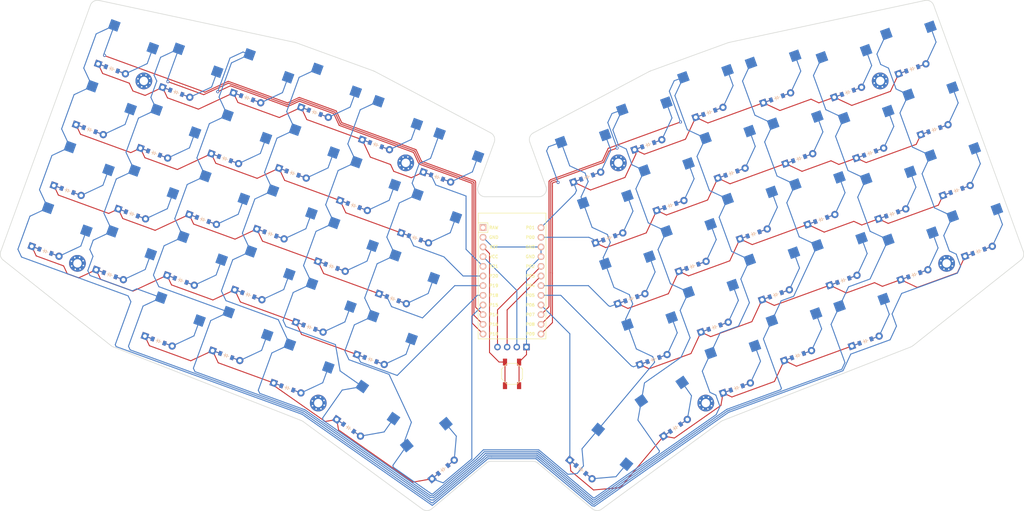
<source format=kicad_pcb>
(kicad_pcb (version 20221018) (generator pcbnew)
  (title_block (title "tutorial") (rev "v1.0.0") (company "Unknown"))
  (layers (0 "F.Cu" signal) (31 "B.Cu" signal) (34 "B.Paste" user) (35 "F.Paste" user) (36 "B.SilkS" user "B.Silkscreen") (37 "F.SilkS" user "F.Silkscreen") (38 "B.Mask" user) (39 "F.Mask" user) (44 "Edge.Cuts" user))
  (net 0 "")
  (net 1 "P14")
  (net 2 "outer_bottom")
  (net 3 "outer_home")
  (net 4 "outer_top")
  (net 5 "outer_num")
  (net 6 "P16")
  (net 7 "pinky_bottom")
  (net 8 "pinky_home")
  (net 9 "pinky_top")
  (net 10 "pinky_num")
  (net 11 "ring_mod")
  (net 12 "P10")
  (net 13 "ring_bottom")
  (net 14 "ring_home")
  (net 15 "ring_top")
  (net 16 "ring_num")
  (net 17 "middle_mod")
  (net 18 "P7")
  (net 19 "middle_bottom")
  (net 20 "middle_home")
  (net 21 "middle_top")
  (net 22 "middle_num")
  (net 23 "index_mod")
  (net 24 "P8")
  (net 25 "index_bottom")
  (net 26 "index_home")
  (net 27 "index_top")
  (net 28 "index_num")
  (net 29 "P9")
  (net 30 "inner_bottom")
  (net 31 "inner_home")
  (net 32 "inner_top")
  (net 33 "inner_num")
  (net 34 "layer_cluster")
  (net 35 "space_cluster")
  (net 36 "mirror_outer_bottom")
  (net 37 "mirror_outer_home")
  (net 38 "mirror_outer_top")
  (net 39 "mirror_outer_num")
  (net 40 "mirror_pinky_bottom")
  (net 41 "mirror_pinky_home")
  (net 42 "mirror_pinky_top")
  (net 43 "mirror_pinky_num")
  (net 44 "mirror_ring_mod")
  (net 45 "mirror_ring_bottom")
  (net 46 "mirror_ring_home")
  (net 47 "mirror_ring_top")
  (net 48 "mirror_ring_num")
  (net 49 "mirror_middle_mod")
  (net 50 "mirror_middle_bottom")
  (net 51 "mirror_middle_home")
  (net 52 "mirror_middle_top")
  (net 53 "mirror_middle_num")
  (net 54 "mirror_index_mod")
  (net 55 "mirror_index_bottom")
  (net 56 "mirror_index_home")
  (net 57 "mirror_index_top")
  (net 58 "mirror_index_num")
  (net 59 "mirror_inner_bottom")
  (net 60 "mirror_inner_home")
  (net 61 "mirror_inner_top")
  (net 62 "mirror_inner_num")
  (net 63 "mirror_layer_cluster")
  (net 64 "mirror_space_cluster")
  (net 65 "P18")
  (net 66 "P19")
  (net 67 "P20")
  (net 68 "P21")
  (net 69 "P15")
  (net 70 "P5")
  (net 71 "P4")
  (net 72 "P0")
  (net 73 "P1")
  (net 74 "P6")
  (net 75 "RAW")
  (net 76 "GND")
  (net 77 "RST")
  (net 78 "VCC")
  (net 79 "P2")
  (net 80 "P3")
  (footprint "E73:SW_TACT_ALPS_SKQGABE010" (layer "F.Cu") (at 181.723329 176.275926 -90)
    (fp_text reference "B1" hide)
    (fp_text value "" hide)
  )
  (footprint "ComboDiode" (layer "F.Cu") (at 281.575041 134.254217 20)
    (fp_text reference "D35" hide)
    (fp_text value "" hide)
  )
  (footprint "ComboDiode" (layer "F.Cu") (at 94.68185 151.686889 -20)
    (fp_text reference "D10" hide)
    (fp_text value "" hide)
  )
  (footprint "PG1350" (layer "F.Cu") (at 125.790156 118.846002 -20)
    (fp_text reference "S17" hide)
    (fp_text value "" hide)
  )
  (footprint "MountingHole_2.2mm_M2_Pad_Via" (layer "F.Cu") (at 295.880814 147.244777 20)
    (fp_text reference "_6" hide)
    (fp_text value "")
  )
  (footprint "ComboDiode" (layer "F.Cu") (at 150.384544 156.530432 -20)
    (fp_text reference "D25" hide)
    (fp_text value "" hide)
  )
  (footprint "PG1350" (layer "F.Cu") (at 108.34713 166.770333 -20)
    (fp_text reference "S14" hide)
    (fp_text value "" hide)
  )
  (footprint "ComboDiode" (layer "F.Cu") (at 268.764809 151.686889 20)
    (fp_text reference "D39" hide)
    (fp_text value "" hide)
  )
  (footprint "ComboDiode" (layer "F.Cu") (at 257.136122 119.737341 20)
    (fp_text reference "D41" hide)
    (fp_text value "" hide)
  )
  (footprint "PG1350" (layer "F.Cu") (at 285.150717 91.44984 20)
    (fp_text reference "S33" hide)
    (fp_text value "" hide)
  )
  (footprint "PG1350" (layer "F.Cu") (at 141.849565 127.351605 -20)
    (fp_text reference "S22" hide)
    (fp_text value "" hide)
  )
  (footprint "PG1350" (layer "F.Cu") (at 255.099528 166.770334 20)
    (fp_text reference "S43" hide)
    (fp_text value "" hide)
  )
  (footprint "ComboDiode" (layer "F.Cu") (at 256.809636 171.468795 20)
    (fp_text reference "D43" hide)
    (fp_text value "" hide)
  )
  (footprint "PG1350" (layer "F.Cu") (at 272.869055 162.963202 20)
    (fp_text reference "S38" hide)
    (fp_text value "" hide)
  )
  (footprint "PG1350" (layer "F.Cu") (at 95.210411 97.606199 -20)
    (fp_text reference "S8" hide)
    (fp_text value "" hide)
  )
  (footprint "ComboDiode" (layer "F.Cu") (at 163.624151 201.382223 40)
    (fp_text reference "D29" hide)
    (fp_text value "" hide)
  )
  (footprint "PG1350" (layer "F.Cu") (at 124.406538 175.27593 -20)
    (fp_text reference "S19" hide)
    (fp_text value "" hide)
  )
  (footprint "MountingHole_2.2mm_M2_Pad_Via" (layer "F.Cu") (at 85.008872 99.320449 -20)
    (fp_text reference "_1" hide)
    (fp_text value "")
  )
  (footprint "PG1350" (layer "F.Cu") (at 119.975804 134.820777 -20)
    (fp_text reference "S16" hide)
    (fp_text value "" hide)
  )
  (footprint "PG1350" (layer "F.Cu") (at 157.908987 135.857195 -20)
    (fp_text reference "S26" hide)
    (fp_text value "" hide)
  )
  (footprint "ComboDiode" (layer "F.Cu") (at 275.76069 118.279442 20)
    (fp_text reference "D36" hide)
    (fp_text value "" hide)
  )
  (footprint "ComboDiode" (layer "F.Cu") (at 124.080061 123.544466 -20)
    (fp_text reference "D17" hide)
    (fp_text value "" hide)
  )
  (footprint "ComboDiode" (layer "F.Cu") (at 118.265708 139.519245 -20)
    (fp_text reference "D16" hide)
    (fp_text value "" hide)
  )
  (footprint "ComboDiode" (layer "F.Cu") (at 156.198887 140.555659 -20)
    (fp_text reference "D26" hide)
    (fp_text value "" hide)
  )
  (footprint "ComboDiode" (layer "F.Cu") (at 140.139478 132.050066 -20)
    (fp_text reference "D22" hide)
    (fp_text value "" hide)
  )
  (footprint "ComboDiode" (layer "F.Cu") (at 59.142814 144.072619 -20)
    (fp_text reference "D1" hide)
    (fp_text value "" hide)
  )
  (footprint "ComboDiode" (layer "F.Cu") (at 304.303843 144.072623 20)
    (fp_text reference "D30" hide)
    (fp_text value "" hide)
  )
  (footprint "ComboDiode" (layer "F.Cu") (at 134.325127 148.024838 -20)
    (fp_text reference "D21" hide)
    (fp_text value "" hide)
  )
  (footprint "lib:OLED_headers" (layer "F.Cu") (at 175.723336 170.831975 90)
    (fp_text reference "OLED1" hide)
    (fp_text value "OLED")
  )
  (footprint "ComboDiode" (layer "F.Cu") (at 229.121532 148.024843 20)
    (fp_text reference "D50" hide)
    (fp_text value "" hide)
  )
  (footprint "ComboDiode" (layer "F.Cu") (at 287.389381 150.228997 20)
    (fp_text reference "D34" hide)
    (fp_text value "" hide)
  )
  (footprint "ComboDiode" (layer "F.Cu") (at 269.946354 102.304671 20)
    (fp_text reference "D37" hide)
    (fp_text value "" hide)
  )
  (footprint "PG1350" (layer "F.Cu") (at 267.054709 146.988428 20)
    (fp_text reference "S39" hide)
    (fp_text value "" hide)
  )
  (footprint "ComboDiode" (layer "F.Cu") (at 64.957161 128.097849 -20)
    (fp_text reference "D2" hide)
    (fp_text value "" hide)
  )
  (footprint "ProMicro" (layer "F.Cu") (at 181.723327 151.831977 -90)
    (fp_text reference "MCU1" hide)
    (fp_text value "" hide)
  )
  (footprint "ComboDiode" (layer "F.Cu") (at 112.451368 155.494027 -20)
    (fp_text reference "D15" hide)
    (fp_text value "" hide)
  )
  (footprint "PG1350" (layer "F.Cu") (at 290.965055 107.424611 20)
    (fp_text reference "S32" hide)
    (fp_text value "" hide)
  )
  (footprint "ComboDiode" (layer "F.Cu") (at 70.771498 112.123076 -20)
    (fp_text reference "D3" hide)
    (fp_text value "" hide)
  )
  (footprint "MountingHole_2.2mm_M2_Pad_Via" (layer "F.Cu") (at 130.828764 183.945267 -20)
    (fp_text reference "_4" hide)
    (fp_text value "")
  )
  (footprint "PG1350" (layer "F.Cu") (at 274.050591 113.580976 20)
    (fp_text reference "S36" hide)
    (fp_text value "" hide)
  )
  (footprint "PG1350" (layer "F.Cu") (at 114.161466 150.795558 -20)
    (fp_text reference "S15" hide)
    (fp_text value "" hide)
  )
  (footprint "PG1350" (layer "F.Cu") (at 78.295942 91.449836 -20)
    (fp_text reference "S4" hide)
    (fp_text value "" hide)
  )
  (footprint "ComboDiode" (layer "F.Cu") (at 292.675162 112.123077 20)
    (fp_text reference "D32" hide)
    (fp_text value "" hide)
  )
  (footprint "PG1350" (layer "F.Cu") (at 215.782749 111.376826 20)
    (fp_text reference "S52" hide)
    (fp_text value "" hide)
  )
  (footprint "PG1350" (layer "F.Cu") (at 96.391945 146.988429 -20)
    (fp_text reference "S10" hide)
    (fp_text value "" hide)
  )
  (footprint "PG1350" (layer "F.Cu") (at 227.411429 143.326379 20)
    (fp_text reference "S50" hide)
    (fp_text value "" hide)
  )
  (footprint "PG1350" (layer "F.Cu") (at 199.72333 119.882427 20)
    (fp_text reference "S56" hide)
    (fp_text value "" hide)
  )
  (footprint "PG1350" (layer "F.Cu") (at 89.396068 113.580969 -20)
    (fp_text reference "S7" hide)
    (fp_text value "" hide)
  )
  (footprint "PG1350" (layer "F.Cu") (at 90.577607 162.963201 -20)
    (fp_text reference "S9" hide)
    (fp_text value "" hide)
  )
  (footprint "ComboDiode" (layer "F.Cu") (at 106.31053 119.737339 -20)
    (fp_text reference "D12" hide)
    (fp_text value "" hide)
  )
  (footprint "ComboDiode" (layer "F.Cu") (at 122.696451 179.974392 -20)
    (fp_text reference "D19" hide)
    (fp_text value "" hide)
  )
  (footprint "PG1350" (layer "F.Cu") (at 130.220886 159.301155 -20)
    (fp_text reference "S20" hide)
    (fp_text value "" hide)
  )
  (footprint "ComboDiode" (layer "F.Cu") (at 274.579153 167.661661 20)
    (fp_text reference "D38" hide)
    (fp_text value "" hide)
  )
  (footprint "PG1350" (layer "F.Cu") (at 205.537675 135.857192 20)
    (fp_text reference "S55" hide)
    (fp_text value "" hide)
  )
  (footprint "ComboDiode" (layer "F.Cu") (at 262.950469 135.712118 20)
    (fp_text reference "D40" hide)
    (fp_text value "" hide)
  )
  (footprint "ComboDiode" (layer "F.Cu") (at 201.433431 124.580888 20)
    (fp_text reference "D56" hide)
    (fp_text value "" hide)
  )
  (footprint "PG1350" (layer "F.Cu") (at 102.206291 131.01365 -20)
    (fp_text reference "S11" hide)
    (fp_text value "" hide)
  )
  (footprint "ComboDiode" (layer "F.Cu") (at 286.860821 96.148296 20)
    (fp_text reference "D33" hide)
    (fp_text value "" hide)
  )
  (footprint "ComboDiode" (layer "F.Cu") (at 239.366607 123.544469 20)
    (fp_text reference "D46" hide)
    (fp_text value "" hide)
  )
  (footprint "ComboDiode" (layer "F.Cu") (at 233.552271 107.56969 20)
    (fp_text reference "D47" hide)
    (fp_text value "" hide)
  )
  (footprint "ComboDiode" (layer "F.Cu") (at 128.510778 163.999613 -20)
    (fp_text reference "D20" hide)
    (fp_text value "" hide)
  )
  (footprint "ComboDiode" (layer "F.Cu") (at 298.489495 128.097844 20)
    (fp_text reference "D31" hide)
    (fp_text value "" hide)
  )
  (footprint "ComboDiode" (layer "F.Cu") (at 245.180953 139.519246 20)
    (fp_text reference "D45" hide)
    (fp_text value "" hide)
  )
  (footprint "ComboDiode" (layer "F.Cu") (at 129.894396 107.569701 -20)
    (fp_text reference "D18" hide)
    (fp_text value "" hide)
  )
  (footprint "PG1350" (layer "F.Cu") (at 268.23625 97.606201 20)
    (fp_text reference "S37" hide)
    (fp_text value "" hide)
  )
  (footprint "PG1350" (layer "F.Cu") (at 152.094646 151.831973 -20)
    (fp_text reference "S25" hide)
    (fp_text value "" hide)
  )
  (footprint "PG1350" (layer "F.Cu") (at 249.611679 99.064095 20)
    (fp_text reference "S42" hide)
    (fp_text value "" hide)
  )
  (footprint "PG1350" (layer "F.Cu") (at 160.410209 197.551993 40)
    (fp_text reference "S29" hide)
    (fp_text value "" hide)
  )
  (footprint "ComboDiode" (layer "F.Cu") (at 251.321787 103.762564 20)
    (fp_text reference "D42" hide)
    (fp_text value "" hide)
  )
  (footprint "PG1350" (layer "F.Cu") (at 146.280303 167.80674 -20)
    (fp_text reference "S24" hide)
    (fp_text value "" hide)
  )
  (footprint "PG1350" (layer "F.Cu") (at 231.842161 102.871228 20)
    (fp_text reference "S47" hide)
    (fp_text value "" hide)
  )
  (footprint "PG1350" (layer "F.Cu") (at 77.767383 145.530523 -20)
    (fp_text reference "S5" hide)
    (fp_text value "" hide)
  )
  (footprint "PG1350" (layer "F.Cu") (at 239.040111 175.275925 20)
    (fp_text reference "S48" hide)
    (fp_text value "" hide)
  )
  (footprint "ComboDiode" (layer "F.Cu") (at 199.822503 201.38222 -40)
    (fp_text reference "D58" hide)
    (fp_text value "" hide)
  )
  (footprint "PG1350" (layer "F.Cu") (at 203.036442 197.552001 -40)
    (fp_text reference "S58" hide)
    (fp_text value "" hide)
  )
  (footprint "PG1350" (layer "F.Cu") (at 261.24036 131.013653 20)
    (fp_text reference "S40" hide)
    (fp_text value "" hide)
  )
  (footprint "PG1350" (layer "F.Cu") (at 113.834975 99.064095 -20)
    (fp_text reference "S13" hide)
    (fp_text value "" hide)
  )
  (footprint "PG1350" (layer "F.Cu") (at 136.035226 143.326376 -20)
    (fp_text reference "S21" hide)
    (fp_text value "" hide)
  )
  (footprint "PG1350" (layer "F.Cu") (at 60.852909 139.374164 -20)
    (fp_text reference "S1" hide)
    (fp_text value "" hide)
  )
  (footprint "ComboDiode" (layer "F.Cu") (at 100.496192 135.712118 -20)
    (fp_text reference "D11" hide)
    (fp_text value "" hide)
  )
  (footprint "MountingHole_2.2mm_M2_Pad_Via" (layer "F.Cu") (at 278.43778 99.320453 20)
    (fp_text reference "_5" hide)
    (fp_text value "")
  )
  (footprint "ComboDiode" (layer "F.Cu") (at 144.570202 172.505203 -20)
    (fp_text reference "D24" hide)
    (fp_text value "" hide)
  )
  (footprint "ComboDiode" (layer "F.Cu") (at 250.995287 155.494019 20)
    (fp_text reference "D44" hide)
    (fp_text value "" hide)
  )
  (footprint "ComboDiode" (layer "F.Cu") (at 76.057284 150.228995 -20)
    (fp_text reference "D5" hide)
    (fp_text value "" hide)
  )
  (footprint "PG1350" (layer "F.Cu") (at 302.593741 139.374165 20)
    (fp_text reference "S30" hide)
    (fp_text value "" hide)
  )
  (footprint "ComboDiode" (layer "F.Cu") (at 87.68597 118.279444 -20)
    (fp_text reference "D7" hide)
    (fp_text value "" hide)
  )
  (footprint "PG1350" (layer "F.Cu") (at 66.667258 123.399394 -20)
    (fp_text reference "S2" hide)
    (fp_text value "" hide)
  )
  (footprint "PG1350" (layer "F.Cu") (at 255.426022 115.038878 20)
    (fp_text reference "S41" hide)
    (fp_text value "" hide)
  )
  (footprint "PG1350" (layer "F.Cu") (at 243.470847 134.820778 20)
    (fp_text reference "S45" hide)
    (fp_text value "" hide)
  )
  (footprint "MountingHole_2.2mm_M2_Pad_Via" (layer "F.Cu") (at 153.79541 120.844915 -20)
    (fp_text reference "_3" hide)
    (fp_text value "")
  )
  (footprint "PG1350" (layer "F.Cu") (at 163.723326 119.88241 -20)
    (fp_text reference "S27" hide)
    (fp_text value "" hide)
  )
  (footprint "PG1350" (layer "F.Cu") (at 233.225776 159.301147 20)
    (fp_text reference "S49" hide)
    (fp_text value "" hide)
  )
  (footprint "ComboDiode" (layer "F.Cu") (at 213.062117 156.530435 20)
    (fp_text reference "D54" hide)
    (fp_text value "" hide)
  )
  (footprint "PG1350" (layer "F.Cu") (at 221.597083 127.351599 20)
    (fp_text reference "S51" hide)
    (fp_text value "" hide)
  )
  (footprint "ComboDiode" (layer "F.Cu") (at 234.935876 163.999617 20)
    (fp_text reference "D49" hide)
    (fp_text value "" hide)
  )
  (footprint "PG1350" (layer "F.Cu") (at 83.581726 129.555749 -20)
    (fp_text reference "S6" hide)
    (fp_text value "" hide)
  )
  (footprint "PG1350" (layer "F.Cu") (at 217.166356 167.806738 20)
    (fp_text reference "S53" hide)
    (fp_text value "" hide)
  )
  (footprint "ComboDiode" (layer "F.Cu") (at 218.876455 172.505213 20)
    (fp_text reference "D53" hide)
    (fp_text value "" hide)
  )
  (footprint "ComboDiode" (layer "F.Cu") (at 145.953808 116.075291 -20)
    (fp_text reference "D23" hide)
    (fp_text value "" hide)
  )
  (footprint "ComboDiode" (layer "F.Cu") (at 76.58584 96.148304 -20)
    (fp_text reference "D4" hide)
    (fp_text value "" hide)
  )
  (footprint "ComboDiode" (layer "F.Cu") (at 217.492846 116.075291 20)
    (fp_text reference "D52" hide)
    (fp_text value "" hide)
  )
  (footprint "ComboDiode" (layer "F.Cu") (at 207.24778 140.555653 20)
    (fp_text reference "D55" hide)
    (fp_text value "" hide)
  )
  (footprint "ComboDiode" (layer "F.Cu") (at 112.124876 103.762563 -20)
    (fp_text reference "D13" hide)
    (fp_text value "" hide)
  )
  (footprint "PG1350" (layer "F.Cu") (at 211.352013 151.831963 20)
    (fp_text reference "S54" hide)
    (fp_text value "" hide)
  )
  (footprint "PG1350" (layer "F.Cu") (at 147.663909 111.376826 -20)
    (fp_text reference "S23" hide)
    (fp_text value "" hide)
  )
  (footprint "MountingHole_2.2mm_M2_Pad_Via" (layer "F.Cu") (at 67.565852 147.244777 -20)
    (fp_text reference "_2" hide)
    (fp_text value "")
  )
  (footprint "PG1350" (layer "F.Cu") (at 221.785357 186.344938 35)
    (fp_text reference "S57" hide)
    (fp_text value "" hide)
  )
  (footprint "ComboDiode" (layer "F.Cu") (at 106.637025 171.46879 -20)
    (fp_text reference "D14" hide)
    (fp_text value "" hide)
  )
  (footprint "ComboDiode" (layer "F.Cu") (at 240.750211 179.974382 20)
    (fp_text reference "D48" hide)
    (fp_text value "" hide)
  )
  (footprint "ComboDiode" (layer "F.Cu") (at 224.653235 190.440703 35)
    (fp_text reference "D57" hide)
    (fp_text value "" hide)
  )
  (footprint "PG1350" (layer "F.Cu") (at 108.020643 115.038874 -20)
    (fp_text reference "S12" hide)
    (fp_text value "" hide)
  )
  (footprint "MountingHole_2.2mm_M2_Pad_Via" (layer "F.Cu") (at 209.651255 120.84492 20)
    (fp_text reference "_7" hide)
    (fp_text value "")
  )
  (footprint "PG1350" (layer "F.Cu") (at 285.679272 145.530525 20)
    (fp_text reference "S34" hide)
    (fp_text value "" hide)
  )
  (footprint "PG1350" (layer "F.Cu") (at 141.661303 186.344937 -35)
    (fp_text reference "S28" hide)
    (fp_text value "" hide)
  )
  (footprint "ComboDiode" (layer "F.Cu") (at 81.87163 134.254211 -20)
    (fp_text reference "D6" hide)
    (fp_text value "" hide)
  )
  (footprint "PG1350" (layer "F.Cu") (at 279.864937 129.555752 20)
    (fp_text reference "S35" hide)
    (fp_text value "" hide)
  )
  (footprint "PG1350" (layer "F.Cu") (at 249.285191 150.795555 20)
    (fp_text reference "S44" hide)
    (fp_text value "" hide)
  )
  (footprint "PG1350" (layer "F.Cu") (at 296.779401 123.399393 20)
    (fp_text reference "S31" hide)
    (fp_text value "" hide)
  )
  (footprint "ComboDiode" (layer "F.Cu") (at 223.307189 132.05006 20)
    (fp_text reference "D51" hide)
    (fp_text value "" hide)
  )
  (footprint "PG1350" (layer "F.Cu") (at 131.604494 102.871228 -20)
    (fp_text reference "S18" hide)
    (fp_text value "" hide)
  )
  (footprint "MountingHole_2.2mm_M2_Pad_Via" (layer "F.Cu") (at 232.617902 183.94528 20)
    (fp_text reference "_8" hide)
    (fp_text value "")
  )
  (footprint "ComboDiode" (layer "F.Cu") (at 162.013227 124.580885 -20)
    (fp_text reference "D27" hide)
    (fp_text value "" hide)
  )
  (footprint "ComboDiode" (layer "F.Cu") (at 138.793422 190.440702 -35)
    (fp_text reference "D28" hide)
    (fp_text value "" hide)
  )
  (footprint "ComboDiode" (layer "F.Cu") (at 88.867506 167.661658 -20)
    (fp_text reference "D9" hide)
    (fp_text value "" hide)
  )
  (footprint "PG1350" (layer "F.Cu") (at 72.481605 107.424612 -20)
    (fp_text reference "S3" hide)
    (fp_text value "" hide)
  )
  (footprint "ComboDiode" (layer "F.Cu") (at 93.500306 102.304669 -20)
    (fp_text reference "D8" hide)
    (fp_text value "" hide)
  )
  (footprint "PG1350" (layer "F.Cu") (at 237.656512 118.846007 20)
    (fp_text reference "S46" hide)
    (fp_text value "" hide)
  )
  (gr_line (start 174.966711 199.697116) (end 160.640646 211.718121) (stroke (width 0.15)) (layer "Edge.Cuts"))
  (gr_arc (start 176.112253 112.962811) (mid 177.042741 114.011984) (end 177.055558 115.414271) (stroke (width 0.15)) (layer "Edge.Cuts"))
  (gr_line (start 202.806015 211.718124) (end 188.479948 199.697128) (stroke (width 0.15)) (layer "Edge.Cuts"))
  (gr_arc (start 160.640647 211.718131) (mid 159.419827 212.185011) (end 158.171353 211.798121) (stroke (width 0.15)) (layer "Edge.Cuts"))
  (gr_line (start 218.044214 96.719403) (end 238.457671 89.289505) (stroke (width 0.15)) (layer "Edge.Cuts"))
  (gr_line (start 73.253314 78.185666) (end 124.723937 89.213274) (stroke (width 0.15)) (layer "Edge.Cuts"))
  (gr_arc (start 70.954938 79.457245) (mid 71.866108 78.391224) (end 73.253314 78.185666) (stroke (width 0.15)) (layer "Edge.Cuts"))
  (gr_line (start 145.654474 96.831378) (end 176.11225 112.962813) (stroke (width 0.15)) (layer "Edge.Cuts"))
  (gr_line (start 126.38445 188.541316) (end 76.928968 169.177074) (stroke (width 0.15)) (layer "Edge.Cuts"))
  (gr_line (start 124.988982 89.289516) (end 145.402435 96.719401) (stroke (width 0.15)) (layer "Edge.Cuts"))
  (gr_arc (start 290.193352 78.185664) (mid 291.580522 78.39128) (end 292.491722 79.457247) (stroke (width 0.15)) (layer "Edge.Cuts"))
  (gr_arc (start 287.031741 168.881369) (mid 286.785735 169.048378) (end 286.517688 169.17707) (stroke (width 0.15)) (layer "Edge.Cuts"))
  (gr_arc (start 145.402435 96.719401) (mid 145.530389 96.771035) (end 145.654474 96.831378) (stroke (width 0.15)) (layer "Edge.Cuts"))
  (gr_line (start 187.334407 112.962814) (end 217.792182 96.831372) (stroke (width 0.15)) (layer "Edge.Cuts"))
  (gr_line (start 174.693111 129.752644) (end 188.753543 129.752647) (stroke (width 0.15)) (layer "Edge.Cuts"))
  (gr_arc (start 174.693111 129.752644) (mid 173.054846 128.899777) (end 172.81373 127.068606) (stroke (width 0.15)) (layer "Edge.Cuts"))
  (gr_arc (start 190.632934 127.068602) (mid 190.391864 128.899798) (end 188.753543 129.752647) (stroke (width 0.15)) (layer "Edge.Cuts"))
  (gr_arc (start 316.028549 144.124129) (mid 316.073749 145.352135) (end 315.392407 146.374798) (stroke (width 0.15)) (layer "Edge.Cuts"))
  (gr_arc (start 126.38445 188.541316) (mid 126.619863 188.651635) (end 126.838979 188.791557) (stroke (width 0.15)) (layer "Edge.Cuts"))
  (gr_line (start 292.491722 79.457247) (end 316.028549 144.124129) (stroke (width 0.15)) (layer "Edge.Cuts"))
  (gr_line (start 76.414915 168.881359) (end 48.054249 146.374797) (stroke (width 0.15)) (layer "Edge.Cuts"))
  (gr_arc (start 236.607688 188.791548) (mid 236.826798 188.65162) (end 237.062212 188.541306) (stroke (width 0.15)) (layer "Edge.Cuts"))
  (gr_line (start 47.418115 144.124138) (end 70.954937 79.457244) (stroke (width 0.15)) (layer "Edge.Cuts"))
  (gr_arc (start 124.723937 89.213274) (mid 124.857776 89.246818) (end 124.988982 89.289516) (stroke (width 0.15)) (layer "Edge.Cuts"))
  (gr_arc (start 174.966711 199.697116) (mid 175.568246 199.349815) (end 176.252287 199.229217) (stroke (width 0.15)) (layer "Edge.Cuts"))
  (gr_line (start 236.607688 188.791548) (end 205.275309 211.798125) (stroke (width 0.15)) (layer "Edge.Cuts"))
  (gr_line (start 187.194378 199.229211) (end 176.252287 199.229217) (stroke (width 0.15)) (layer "Edge.Cuts"))
  (gr_arc (start 186.391098 115.414269) (mid 186.403958 114.012011) (end 187.334407 112.962814) (stroke (width 0.15)) (layer "Edge.Cuts"))
  (gr_arc (start 217.792182 96.831372) (mid 217.916267 96.771041) (end 218.044214 96.719403) (stroke (width 0.15)) (layer "Edge.Cuts"))
  (gr_arc (start 76.928968 169.177074) (mid 76.660915 169.048384) (end 76.414915 168.881359) (stroke (width 0.15)) (layer "Edge.Cuts"))
  (gr_arc (start 187.194378 199.229211) (mid 187.878421 199.349825) (end 188.479948 199.697128) (stroke (width 0.15)) (layer "Edge.Cuts"))
  (gr_line (start 238.722721 89.213282) (end 290.19335 78.185669) (stroke (width 0.15)) (layer "Edge.Cuts"))
  (gr_arc (start 238.457671 89.289505) (mid 238.58888 89.246815) (end 238.722721 89.213282) (stroke (width 0.15)) (layer "Edge.Cuts"))
  (gr_arc (start 48.054249 146.374797) (mid 47.372915 145.352144) (end 47.418115 144.124138) (stroke (width 0.15)) (layer "Edge.Cuts"))
  (gr_line (start 286.517688 169.17707) (end 237.062212 188.541306) (stroke (width 0.15)) (layer "Edge.Cuts"))
  (gr_line (start 190.632934 127.068602) (end 186.391098 115.414269) (stroke (width 0.15)) (layer "Edge.Cuts"))
  (gr_line (start 158.171353 211.798121) (end 126.838979 188.791557) (stroke (width 0.15)) (layer "Edge.Cuts"))
  (gr_line (start 315.392407 146.374798) (end 287.031745 168.881367) (stroke (width 0.15)) (layer "Edge.Cuts"))
  (gr_arc (start 205.275303 211.79812) (mid 204.026828 212.184963) (end 202.806015 211.718124) (stroke (width 0.15)) (layer "Edge.Cuts"))
  (gr_line (start 177.055558 115.414271) (end 172.81373 127.068606) (stroke (width 0.15)) (layer "Edge.Cuts"))
  (segment (start 157.874808 120.291657) (end 156.521916 117.390365) (width 0.25) (layer "F.Cu") (net 1))
  (segment (start 125.820227 103.661837) (end 123.816136 104.596362) (width 0.25) (layer "F.Cu") (net 1))
  (segment (start 156.521916 117.390365) (end 156.171607 117.262863) (width 0.25) (layer "F.Cu") (net 1))
  (segment (start 136.715485 109.717015) (end 135.541898 107.200235) (width 0.25) (layer "F.Cu") (net 1))
  (segment (start 126.546412 103.926149) (end 125.820227 103.661837) (width 0.25) (layer "F.Cu") (net 1))
  (segment (start 152.882685 116.065793) (end 152.788715 116.031591) (width 0.25) (layer "F.Cu") (net 1))
  (segment (start 123.816136 104.596362) (end 122.744115 105.096253) (width 0.25) (layer "F.Cu") (net 1))
  (segment (start 101.059243 102.285051) (end 74.782049 92.72094) (width 0.25) (layer "F.Cu") (net 1))
  (segment (start 109.656822 100.332868) (end 109.374915 100.230262) (width 0.25) (layer "F.Cu") (net 1))
  (segment (start 172.159926 125.926572) (end 171.979647 125.539956) (width 0.25) (layer "F.Cu") (net 1))
  (segment (start 174.10333 160.721977) (end 172.159929 158.778576) (width 0.25) (layer "F.Cu") (net 1))
  (segment (start 157.93915 120.429632) (end 157.874808 120.291657) (width 0.25) (layer "F.Cu") (net 1))
  (segment (start 152.788715 116.031591) (end 136.976307 110.276347) (width 0.25) (layer "F.Cu") (net 1))
  (segment (start 122.342673 104.950137) (end 109.656822 100.332868) (width 0.25) (layer "F.Cu") (net 1))
  (segment (start 103.742122 101.034007) (end 101.059243 102.285051) (width 0.25) (layer "F.Cu") (net 1))
  (segment (start 74.737224 92.62481) (end 74.690239 92.607708) (width 0.25) (layer "F.Cu") (net 1))
  (segment (start 156.171607 117.262863) (end 152.882685 116.065793) (width 0.25) (layer "F.Cu") (net 1))
  (segment (start 134.439832 106.799119) (end 126.546412 103.926149) (width 0.25) (layer "F.Cu") (net 1))
  (segment (start 122.744115 105.096253) (end 122.342673 104.950137) (width 0.25) (layer "F.Cu") (net 1))
  (segment (start 74.782049 92.72094) (end 74.737224 92.62481) (width 0.25) (layer "F.Cu") (net 1))
  (segment (start 170.395673 124.963434) (end 157.93915 120.429632) (width 0.25) (layer "F.Cu") (net 1))
  (segment (start 109.374915 100.230262) (end 107.179421 99.431165) (width 0.25) (layer "F.Cu") (net 1))
  (segment (start 171.979647 125.539956) (end 170.395673 124.963434) (width 0.25) (layer "F.Cu") (net 1))
  (segment (start 172.159929 158.778576) (end 172.159926 125.926572) (width 0.25) (layer "F.Cu") (net 1))
  (segment (start 135.541898 107.200235) (end 134.439832 106.799119) (width 0.25) (layer "F.Cu") (net 1))
  (segment (start 136.976307 110.276347) (end 136.715485 109.717015) (width 0.25) (layer "F.Cu") (net 1))
  (segment (start 107.179421 99.431165) (end 103.742122 101.034007) (width 0.25) (layer "F.Cu") (net 1))
  (via (at 74.690239 92.607708) (size 0.8) (drill 0.4) (layers "F.Cu" "B.Cu") (net 1))
  (segment (start 299.560952 148.017169) (end 298.72421 149.811567) (width 0.25) (layer "B.Cu") (net 1))
  (segment (start 203.371563 211.034344) (end 202.754471 210.925532) (width 0.25) (layer "B.Cu") (net 1))
  (segment (start 291.666889 118.928335) (end 286.884856 116.698434) (width 0.25) (layer "B.Cu") (net 1))
  (segment (start 81.602217 157.325558) (end 77.497973 168.601867) (width 0.25) (layer "B.Cu") (net 1))
  (segment (start 281.044166 167.314028) (end 270.707546 171.076247) (width 0.25) (layer "B.Cu") (net 1))
  (segment (start 297.481224 134.903108) (end 295.131797 139.94149) (width 0.25) (layer "B.Cu") (net 1))
  (segment (start 295.988052 142.294029) (end 296.603686 143.985474) (width 0.25) (layer "B.Cu") (net 1))
  (segment (start 69.218092 95.950298) (end 72.490448 86.959591) (width 0.25) (layer "B.Cu") (net 1))
  (segment (start 238.559808 186.395273) (end 203.371563 211.034344) (width 0.25) (layer "B.Cu") (net 1))
  (segment (start 292.699195 132.673215) (end 289.436987 123.710371) (width 0.25) (layer "B.Cu") (net 1))
  (segment (start 298.398084 144.822214) (end 299.560952 148.017169) (width 0.25) (layer "B.Cu") (net 1))
  (segment (start 283.622645 107.735585) (end 285.852543 102.953556) (width 0.25) (layer "B.Cu") (net 1))
  (segment (start 52.88217 145.595299) (end 80.885013 155.787503) (width 0.25) (layer "B.Cu") (net 1))
  (segment (start 126.601061 186.8996) (end 160.718166 210.78866) (width 0.25) (layer "B.Cu") (net 1))
  (segment (start 281.554782 160.530277) (end 282.717648 163.725228) (width 0.25) (layer "B.Cu") (net 1))
  (segment (start 262.473485 177.691403) (end 238.559808 186.395273) (width 0.25) (layer "B.Cu") (net 1))
  (segment (start 188.178367 198.694735) (end 188.002392 198.547075) (width 0.25) (layer "B.Cu") (net 1))
  (segment (start 71.439125 100.713322) (end 69.218092 95.950298) (width 0.25) (layer "B.Cu") (net 1))
  (segment (start 175.43765 198.537846) (end 175.524454 198.545442) (width 0.25) (layer "B.Cu") (net 1))
  (segment (start 80.885013 155.787503) (end 81.602217 157.325558) (width 0.25) (layer "B.Cu") (net 1))
  (segment (start 160.826414 210.79812) (end 175.43765 198.537846) (width 0.25) (layer "B.Cu") (net 1))
  (segment (start 282.608565 101.440864) (end 280.613034 95.958194) (width 0.25) (layer "B.Cu") (net 1))
  (segment (start 295.131797 139.94149) (end 295.988052 142.294029) (width 0.25) (layer "B.Cu") (net 1))
  (segment (start 289.436987 123.710371) (end 291.666889 118.928335) (width 0.25) (layer "B.Cu") (net 1))
  (segment (start 66.676105 102.934369) (end 71.439125 100.713322) (width 0.25) (layer "B.Cu") (net 1))
  (segment (start 160.718166 210.78866) (end 160.826414 210.79812) (width 0.25) (layer "B.Cu") (net 1))
  (segment (start 57.589416 127.899855) (end 60.861758 118.909143) (width 0.25) (layer "B.Cu") (net 1))
  (segment (start 188.000443 198.545441) (end 188.178367 198.694735) (width 0.25) (layer "B.Cu") (net 1))
  (segment (start 270.707546 171.076247) (end 268.675463 175.43407) (width 0.25) (layer "B.Cu") (net 1))
  (segment (start 59.810441 132.662873) (end 57.589416 127.899855) (width 0.25) (layer "B.Cu") (net 1))
  (segment (start 286.884856 116.698434) (end 283.622645 107.735585) (width 0.25) (layer "B.Cu") (net 1))
  (segment (start 297.481224 134.903108) (end 292.699195 132.673215) (width 0.25) (layer "B.Cu") (net 1))
  (segment (start 65.62479 116.688103) (end 63.403748 111.925078) (width 0.25) (layer "B.Cu") (net 1))
  (segment (start 175.524454 198.545442) (end 188.000443 198.545441) (width 0.25) (layer "B.Cu") (net 1))
  (segment (start 63.403748 111.925078) (end 66.676105 102.934369) (width 0.25) (layer "B.Cu") (net 1))
  (segment (start 51.925895 143.544558) (end 52.88217 145.595299) (width 0.25) (layer "B.Cu") (net 1))
  (segment (start 202.754471 210.925532) (end 188.178367 198.694735) (width 0.25) (layer "B.Cu") (net 1))
  (segment (start 72.490448 86.959591) (end 77.253471 84.738554) (width 0.25) (layer "B.Cu") (net 1))
  (segment (start 74.690239 92.607708) (end 74.521241 92.245291) (width 0.25) (layer "B.Cu") (net 1))
  (segment (start 77.497973 168.601867) (end 77.737045 169.114552) (width 0.25) (layer "B.Cu") (net 1))
  (segment (start 278.562292 95.001916) (end 277.569236 92.27351) (width 0.25) (layer "B.Cu") (net 1))
  (segment (start 268.675463 175.43407) (end 266.796072 176.118116) (width 0.25) (layer "B.Cu") (net 1))
  (segment (start 285.852543 102.953556) (end 282.608565 101.440864) (width 0.25) (layer "B.Cu") (net 1))
  (segment (start 60.861758 118.909143) (end 65.62479 116.688103) (width 0.25) (layer "B.Cu") (net 1))
  (segment (start 284.065 155.147083) (end 281.554782 160.530277) (width 0.25) (layer "B.Cu") (net 1))
  (segment (start 54.38844 136.778771) (end 51.925895 143.544558) (width 0.25) (layer "B.Cu") (net 1))
  (segment (start 266.796072 176.118116) (end 262.473485 177.691403) (width 0.25) (layer "B.Cu") (net 1))
  (segment (start 59.810439 132.662883) (end 55.084391 134.866673) (width 0.25) (layer "B.Cu") (net 1))
  (segment (start 298.72421 149.811567) (end 284.065 155.147083) (width 0.25) (layer "B.Cu") (net 1))
  (segment (start 296.603686 143.985474) (end 298.398084 144.822214) (width 0.25) (layer "B.Cu") (net 1))
  (segment (start 74.521241 92.245291) (end 77.253471 84.738549) (width 0.25) (layer "B.Cu") (net 1))
  (segment (start 282.717648 163.725228) (end 281.044166 167.314028) (width 0.25) (layer "B.Cu") (net 1))
  (segment (start 77.737045 169.114552) (end 126.601061 186.8996) (width 0.25) (layer "B.Cu") (net 1))
  (segment (start 55.084391 134.866673) (end 54.38844 136.778771) (width 0.25) (layer "B.Cu") (net 1))
  (segment (start 280.613034 95.958194) (end 278.562292 95.001916) (width 0.25) (layer "B.Cu") (net 1))
  (segment (start 277.569236 92.27351) (end 280.0382 86.978786) (width 0.25) (layer "B.Cu") (net 1))
  (segment (start 60.693307 144.636962) (end 62.723042 145.375725) (width 0.25) (layer "F.Cu") (net 2))
  (segment (start 62.723042 145.375725) (end 60.693307 144.636962) (width 0.25) (layer "B.Cu") (net 2))
  (segment (start 68.445888 142.707115) (end 69.911452 138.680535) (width 0.25) (layer "B.Cu") (net 2))
  (segment (start 62.723042 145.375725) (end 68.445888 142.707115) (width 0.25) (layer "B.Cu") (net 2))
  (segment (start 68.537385 129.400951) (end 66.507647 128.662182) (width 0.25) (layer "F.Cu") (net 3))
  (segment (start 75.725791 122.705762) (end 74.26024 126.732334) (width 0.25) (layer "B.Cu") (net 3))
  (segment (start 66.507654 128.662182) (end 68.537389 129.400947) (width 0.25) (layer "B.Cu") (net 3))
  (segment (start 74.26024 126.732334) (end 68.537385 129.400951) (width 0.25) (layer "B.Cu") (net 3))
  (segment (start 72.321997 112.687402) (end 74.351725 113.426178) (width 0.25) (layer "F.Cu") (net 4))
  (segment (start 80.07458 110.757565) (end 74.351725 113.426178) (width 0.25) (layer "B.Cu") (net 4))
  (segment (start 81.540136 106.730988) (end 80.07458 110.757565) (width 0.25) (layer "B.Cu") (net 4))
  (segment (start 74.351725 113.426178) (end 72.321997 112.687402) (width 0.25) (layer "B.Cu") (net 4))
  (segment (start 80.16607 97.451402) (end 78.136332 96.712634) (width 0.25) (layer "F.Cu") (net 5))
  (segment (start 85.888923 94.782796) (end 87.354472 90.756211) (width 0.25) (layer "B.Cu") (net 5))
  (segment (start 78.136332 96.712634) (end 80.16607 97.451402) (width 0.25) (layer "B.Cu") (net 5))
  (segment (start 80.16607 97.451402) (end 85.888923 94.782796) (width 0.25) (layer "B.Cu") (net 5))
  (segment (start 107.200658 99.91778) (end 102.778756 101.979747) (width 0.25) (layer "F.Cu") (net 6))
  (segment (start 152.446869 116.386049) (end 136.647248 110.635459) (width 0.25) (layer "F.Cu") (net 6))
  (segment (start 102.778756 101.979747) (end 100.728017 102.936025) (width 0.25) (layer "F.Cu") (net 6))
  (segment (start 157.610086 120.788745) (end 157.407206 120.353664) (width 0.25) (layer "F.Cu") (net 6))
  (segment (start 134.661797 107.358788) (end 126.204564 104.280608) (width 0.25) (layer "F.Cu") (net 6))
  (segment (start 109.080052 100.60182) (end 108.845131 100.516316) (width 0.25) (layer "F.Cu") (net 6))
  (segment (start 171.709926 126.112966) (end 171.601923 125.881359) (width 0.25) (layer "F.Cu") (net 6))
  (segment (start 122.564642 105.50981) (end 109.080052 100.60182) (width 0.25) (layer "F.Cu") (net 6))
  (segment (start 136.647248 110.635459) (end 135.212834 107.559349) (width 0.25) (layer "F.Cu") (net 6))
  (segment (start 174.103328 163.261973) (end 171.709931 160.868573) (width 0.25) (layer "F.Cu") (net 6))
  (segment (start 155.84254 117.621976) (end 152.446869 116.386049) (width 0.25) (layer "F.Cu") (net 6))
  (segment (start 100.728017 102.936025) (end 91.331087 99.515822) (width 0.25) (layer "F.Cu") (net 6))
  (segment (start 171.601923 125.881359) (end 169.677949 125.181085) (width 0.25) (layer "F.Cu") (net 6))
  (segment (start 108.845131 100.516316) (end 107.200658 99.91778) (width 0.25) (layer "F.Cu") (net 6))
  (segment (start 171.709931 160.868573) (end 171.709926 126.112966) (width 0.25) (layer "F.Cu") (net 6))
  (segment (start 135.212834 107.559349) (end 134.661797 107.358788) (width 0.25) (layer "F.Cu") (net 6))
  (segment (start 125.841473 104.148452) (end 124.006317 105.0042) (width 0.25) (layer "F.Cu") (net 6))
  (segment (start 122.765364 105.582864) (end 122.564642 105.50981) (width 0.25) (layer "F.Cu") (net 6))
  (segment (start 124.006317 105.0042) (end 122.765364 105.582864) (width 0.25) (layer "F.Cu") (net 6))
  (segment (start 126.204564 104.280608) (end 125.841473 104.148452) (width 0.25) (layer "F.Cu") (net 6))
  (segment (start 156.192854 117.749475) (end 155.84254 117.621976) (width 0.25) (layer "F.Cu") (net 6))
  (segment (start 157.407206 120.353664) (end 156.192854 117.749475) (width 0.25) (layer "F.Cu") (net 6))
  (segment (start 169.677949 125.181085) (end 157.610086 120.788745) (width 0.25) (layer "F.Cu") (net 6))
  (via (at 91.331087 99.515822) (size 0.8) (drill 0.4) (layers "F.Cu" "B.Cu") (net 6))
  (segment (start 126.871813 186.539838) (end 160.5441 210.117427) (width 0.25) (layer "B.Cu") (net 6))
  (segment (start 89.404253 93.117745) (end 87.694151 97.816209) (width 0.25) (layer "B.Cu") (net 6))
  (segment (start 74.503869 134.05621) (end 77.776228 125.065502) (width 0.25) (layer "B.Cu") (net 6))
  (segment (start 269.175007 173.297998) (end 268.346398 175.074963) (width 0.25) (layer "B.Cu") (net 6))
  (segment (start 70.815634 143.604804) (end 71.705537 141.159806) (width 0.25) (layer "B.Cu") (net 6))
  (segment (start 176.332273 198.073311) (end 176.339868 198.080901) (width 0.25) (layer "B.Cu") (net 6))
  (segment (start 91.162093 99.153401) (end 94.167938 90.894912) (width 0.25) (layer "B.Cu") (net 6))
  (segment (start 238.876302 185.801197) (end 238.350235 185.992674) (width 0.25) (layer "B.Cu") (net 6))
  (segment (start 202.951357 210.503312) (end 202.715778 210.305634) (width 0.25) (layer "B.Cu") (net 6))
  (segment (start 275.764768 151.357381) (end 270.126615 153.409504) (width 0.25) (layer "B.Cu") (net 6))
  (segment (start 264.156044 106.880022) (end 260.893841 97.917186) (width 0.25) (layer "B.Cu") (net 6))
  (segment (start 266.708183 113.891965) (end 269.97038 122.854797) (width 0.25) (layer "B.Cu") (net 6))
  (segment (start 91.331087 99.515822) (end 91.162093 99.153401) (width 0.25) (layer "B.Cu") (net 6))
  (segment (start 71.652378 145.399201) (end 70.815634 143.604804) (width 0.25) (layer "B.Cu") (net 6))
  (segment (start 275.784731 138.829564) (end 280.566763 141.059468) (width 0.25) (layer "B.Cu") (net 6))
  (segment (start 268.938083 109.109924) (end 264.156044 106.880022) (width 0.25) (layer "B.Cu") (net 6))
  (segment (start 94.167935 90.894911) (end 94.167284 90.896706) (width 0.25) (layer "B.Cu") (net 6))
  (segment (start 83.590576 109.090721) (end 88.353598 106.869688) (width 0.25) (layer "B.Cu") (net 6))
  (segment (start 77.776228 125.065502) (end 82.539251 122.844464) (width 0.25) (layer "B.Cu") (net 6))
  (segment (start 86.849771 103.644707) (end 88.353598 106.869688) (width 0.25) (layer "B.Cu") (net 6))
  (segment (start 274.752426 125.0847) (end 272.522524 129.866744) (width 0.25) (layer "B.Cu") (net 6))
  (segment (start 202.715778 210.305634) (end 188.932773 198.740323) (width 0.25) (layer "B.Cu") (net 6))
  (segment (start 80.966543 169.012981) (end 81.414801 169.974268) (width 0.25) (layer "B.Cu") (net 6))
  (segment (start 238.350235 185.992674) (end 203.266142 210.558813) (width 0.25) (layer "B.Cu") (net 6))
  (segment (start 89.535136 156.251913) (end 84.809075 158.455704) (width 0.25) (layer "B.Cu") (net 6))
  (segment (start 70.881969 150.439681) (end 70.28429 149.157963) (width 0.25) (layer "B.Cu") (net 6))
  (segment (start 160.900412 210.1486) (end 174.906439 198.396146) (width 0.25) (layer "B.Cu") (net 6))
  (segment (start 188.932773 198.740323) (end 188.148856 198.082539) (width 0.25) (layer "B.Cu") (net 6))
  (segment (start 81.414801 169.974268) (end 123.560013 185.313867) (width 0.25) (layer "B.Cu") (net 6))
  (segment (start 174.906439 198.396146) (end 175.229274 198.073315) (width 0.25) (layer "B.Cu") (net 6))
  (segment (start 83.147011 153.926833) (end 81.970339 154.47552) (width 0.25) (layer "B.Cu") (net 6))
  (segment (start 175.229274 198.073315) (end 176.332273 198.073311) (width 0.25) (layer "B.Cu") (net 6))
  (segment (start 203.266142 210.558813) (end 202.951357 210.503312) (width 0.25) (layer "B.Cu") (net 6))
  (segment (start 89.535136 156.251911) (end 83.147011 153.926833) (width 0.25) (layer "B.Cu") (net 6))
  (segment (start 80.318213 118.081431) (end 83.590576 109.090721) (width 0.25) (layer "B.Cu") (net 6))
  (segment (start 176.339868 198.080901) (end 188.146908 198.080909) (width 0.25) (layer "B.Cu") (net 6))
  (segment (start 270.126615 153.409504) (end 265.526641 163.274179) (width 0.25) (layer "B.Cu") (net 6))
  (segment (start 70.28429 149.157963) (end 71.652378 145.399201) (width 0.25) (layer "B.Cu") (net 6))
  (segment (start 268.938083 109.109924) (end 266.708183 113.891965) (width 0.25) (layer "B.Cu") (net 6))
  (segment (start 126.867941 186.517863) (end 126.871813 186.539838) (width 0.25) (layer "B.Cu") (net 6))
  (segment (start 87.694151 97.816209) (end 88.411361 99.354267) (width 0.25) (layer "B.Cu") (net 6))
  (segment (start 94.167284 90.896706) (end 89.404253 93.117745) (width 0.25) (layer "B.Cu") (net 6))
  (segment (start 81.970339 154.47552) (end 70.881969 150.439681) (width 0.25) (layer "B.Cu") (net 6))
  (segment (start 260.893841 97.917186) (end 263.123744 93.135144) (width 0.25) (layer "B.Cu") (net 6))
  (segment (start 269.97038 122.854797) (end 274.752426 125.0847) (width 0.25) (layer "B.Cu") (net 6))
  (segment (start 84.809075 158.455704) (end 80.966543 169.012981) (width 0.25) (layer "B.Cu") (net 6))
  (segment (start 123.560013 185.313867) (end 126.867941 186.517863) (width 0.25) (layer "B.Cu") (net 6))
  (segment (start 272.522524 129.866744) (end 275.784731 138.829564) (width 0.25) (layer "B.Cu") (net 6))
  (segment (start 71.705537 141.159806) (end 76.724903 138.819239) (width 0.25) (layer "B.Cu") (net 6))
  (segment (start 268.346398 175.074963) (end 238.681732 185.872013) (width 0.25) (layer "B.Cu") (net 6))
  (segment (start 88.411361 99.354267) (end 86.849771 103.644707) (width 0.25) (layer "B.Cu") (net 6))
  (segment (start 188.146908 198.080909) (end 188.932773 198.740323) (width 0.25) (layer "B.Cu") (net 6))
  (segment (start 76.724903 138.819239) (end 74.503869 134.05621) (width 0.25) (layer "B.Cu") (net 6))
  (segment (start 280.566763 141.059468) (end 275.764768 151.357381) (width 0.25) (layer "B.Cu") (net 6))
  (segment (start 82.539251 122.844464) (end 80.318213 118.081431) (width 0.25) (layer "B.Cu") (net 6))
  (segment (start 265.526641 163.274179) (end 269.175007 173.297998) (width 0.25) (layer "B.Cu") (net 6))
  (segment (start 160.5441 210.117427) (end 160.900412 210.1486) (width 0.25) (layer "B.Cu") (net 6))
  (segment (start 77.60777 150.793326) (end 79.637508 151.532083) (width 0.25) (layer "F.Cu") (net 7))
  (segment (start 79.637508 151.532083) (end 85.360359 148.863473) (width 0.25) (layer "B.Cu") (net 7))
  (segment (start 79.637508 151.532083) (end 77.60777 150.793326) (width 0.25) (layer "B.Cu") (net 7))
  (segment (start 85.360359 148.863473) (end 86.825916 144.836892) (width 0.25) (layer "B.Cu") (net 7))
  (segment (start 85.451852 135.557311) (end 83.422123 134.818549) (width 0.25) (layer "F.Cu") (net 8))
  (segment (start 91.174698 132.888698) (end 92.640257 128.862121) (width 0.25) (layer "B.Cu") (net 8))
  (segment (start 85.451852 135.557311) (end 91.174698 132.888698) (width 0.25) (layer "B.Cu") (net 8))
  (segment (start 83.422123 134.818543) (end 85.451859 135.557308) (width 0.25) (layer "B.Cu") (net 8))
  (segment (start 91.266204 119.582538) (end 89.236467 118.843779) (width 0.25) (layer "F.Cu") (net 9))
  (segment (start 91.266204 119.582538) (end 96.989037 116.913929) (width 0.25) (layer "B.Cu") (net 9))
  (segment (start 89.236467 118.843779) (end 91.266204 119.582538) (width 0.25) (layer "B.Cu") (net 9))
  (segment (start 96.989037 116.913929) (end 98.454607 112.887348) (width 0.25) (layer "B.Cu") (net 9))
  (segment (start 95.050804 102.869004) (end 97.080545 103.607759) (width 0.25) (layer "F.Cu") (net 10))
  (segment (start 97.080545 103.607759) (end 102.803386 100.939156) (width 0.25) (layer "B.Cu") (net 10))
  (segment (start 97.080545 103.607759) (end 95.050804 102.869004) (width 0.25) (layer "B.Cu") (net 10))
  (segment (start 102.803386 100.939156) (end 104.26894 96.912574) (width 0.25) (layer "B.Cu") (net 10))
  (segment (start 92.44774 168.964757) (end 90.417998 168.225994) (width 0.25) (layer "F.Cu") (net 11))
  (segment (start 98.170594 166.296151) (end 99.636143 162.269574) (width 0.25) (layer "B.Cu") (net 11))
  (segment (start 92.44774 168.964757) (end 98.170594 166.296151) (width 0.25) (layer "B.Cu") (net 11))
  (segment (start 90.417998 168.225994) (end 92.44774 168.964757) (width 0.25) (layer "B.Cu") (net 11))
  (segment (start 122.786608 106.069476) (end 108.315345 100.802364) (width 0.25) (layer "F.Cu") (net 12))
  (segment (start 171.259928 162.958573) (end 171.259927 126.299361) (width 0.25) (layer "F.Cu") (net 12))
  (segment (start 171.159927 126.199361) (end 157.281025 121.147854) (width 0.25) (layer "F.Cu") (net 12))
  (segment (start 174.103325 165.801977) (end 171.259928 162.958573) (width 0.25) (layer "F.Cu") (net 12))
  (segment (start 155.863787 118.10859) (end 136.318183 110.99457) (width 0.25) (layer "F.Cu") (net 12))
  (segment (start 134.88377 107.918461) (end 125.862721 104.635062) (width 0.25) (layer "F.Cu") (net 12))
  (segment (start 125.862721 104.635062) (end 122.786608 106.069476) (width 0.25) (layer "F.Cu") (net 12))
  (segment (start 107.751524 100.597157) (end 104.419076 102.151107) (width 0.25) (layer "F.Cu") (net 12))
  (segment (start 171.259927 126.299361) (end 171.159927 126.199361) (width 0.25) (layer "F.Cu") (net 12))
  (segment (start 157.281025 121.147854) (end 155.863787 118.10859) (width 0.25) (layer "F.Cu") (net 12))
  (segment (start 136.318183 110.99457) (end 134.88377 107.918461) (width 0.25) (layer "F.Cu") (net 12))
  (segment (start 108.315345 100.802364) (end 107.751524 100.597157) (width 0.25) (layer "F.Cu") (net 12))
  (via (at 104.419076 102.151107) (size 0.8) (drill 0.4) (layers "F.Cu" "B.Cu") (net 12))
  (segment (start 252.298899 180.436884) (end 238.089871 185.608556) (width 0.25) (layer "B.Cu") (net 12))
  (segment (start 245.531478 108.337925) (end 250.31351 110.567825) (width 0.25) (layer "B.Cu") (net 12))
  (segment (start 202.862242 209.841103) (end 189.79593 198.877164) (width 0.25) (layer "B.Cu") (net 12))
  (segment (start 161.050483 209.435242) (end 161.127001 209.371026) (width 0.25) (layer "B.Cu") (net 12))
  (segment (start 127.162803 186.146293) (end 160.333249 209.372491) (width 0.25) (layer "B.Cu") (net 12))
  (segment (start 88.948516 153.377956) (end 87.524893 150.324979) (width 0.25) (layer "B.Cu") (net 12))
  (segment (start 255.705786 155.891397) (end 252.416862 157.088469) (width 0.25) (layer "B.Cu") (net 12))
  (segment (start 253.897951 131.324633) (end 257.160156 140.287467) (width 0.25) (layer "B.Cu") (net 12))
  (segment (start 189.423545 198.564694) (end 188.909815 198.133623) (width 0.25) (layer "B.Cu") (net 12))
  (segment (start 98.017823 174.793468) (end 98.436198 175.690669) (width 0.25) (layer "B.Cu") (net 12))
  (segment (start 96.40079 126.523398) (end 101.163829 124.302366) (width 0.25) (layer "B.Cu") (net 12))
  (segment (start 107.634064 93.317995) (end 111.057859 91.721453) (width 0.25) (layer "B.Cu") (net 12))
  (segment (start 104.757127 103.564564) (end 108.029473 94.573856) (width 0.25) (layer "B.Cu") (net 12))
  (segment (start 238.078042 185.633908) (end 237.388272 186.116899) (width 0.25) (layer "B.Cu") (net 12))
  (segment (start 261.942195 142.517366) (end 255.705786 155.891397) (width 0.25) (layer "B.Cu") (net 12))
  (segment (start 160.333249 209.372491) (end 161.050483 209.435242) (width 0.25) (layer "B.Cu") (net 12))
  (segment (start 174.157556 198.437102) (end 174.971347 197.623313) (width 0.25) (layer "B.Cu") (net 12))
  (segment (start 174.971347 197.623313) (end 188.301648 197.623315) (width 0.25) (layer "B.Cu") (net 12))
  (segment (start 102.215142 110.548628) (end 98.942782 119.539336) (width 0.25) (layer "B.Cu") (net 12))
  (segment (start 111.057859 91.721453) (end 112.792499 92.352809) (width 0.25) (layer "B.Cu") (net 12))
  (segment (start 189.79593 198.877164) (end 189.423545 198.564694) (width 0.25) (layer "B.Cu") (net 12))
  (segment (start 257.160156 140.287467) (end 261.942195 142.517366) (width 0.25) (layer "B.Cu") (net 12))
  (segment (start 161.127001 209.371026) (end 162.820099 207.950363) (width 0.25) (layer "B.Cu") (net 12))
  (segment (start 93.128439 135.514116) (end 96.40079 126.523398) (width 0.25) (layer "B.Cu") (net 12))
  (segment (start 237.388272 186.116899) (end 203.358167 209.945033) (width 0.25) (layer "B.Cu") (net 12))
  (segment (start 238.089871 185.608556) (end 238.078042 185.633908) (width 0.25) (layer "B.Cu") (net 12))
  (segment (start 95.349478 140.277136) (end 93.128439 135.514116) (width 0.25) (layer "B.Cu") (net 12))
  (segment (start 203.358167 209.945033) (end 203.021233 209.974505) (width 0.25) (layer "B.Cu") (net 12))
  (segment (start 107.304652 160.059046) (end 88.948516 153.377956) (width 0.25) (layer "B.Cu") (net 12))
  (segment (start 203.021233 209.974505) (end 202.862242 209.841103) (width 0.25) (layer "B.Cu") (net 12))
  (segment (start 250.31351 110.567825) (end 248.083609 115.349859) (width 0.25) (layer "B.Cu") (net 12))
  (segment (start 162.820099 207.950363) (end 174.157556 198.437102) (width 0.25) (layer "B.Cu") (net 12))
  (segment (start 87.524893 150.324979) (end 90.330107 142.617709) (width 0.25) (layer "B.Cu") (net 12))
  (segment (start 247.757122 167.081316) (end 252.478198 180.052379) (width 0.25) (layer "B.Cu") (net 12))
  (segment (start 244.499169 94.593044) (end 242.269268 99.375084) (width 0.25) (layer "B.Cu") (net 12))
  (segment (start 256.127849 126.542596) (end 253.897951 131.324633) (width 0.25) (layer "B.Cu") (net 12))
  (segment (start 252.478198 180.052379) (end 252.298899 180.436884) (width 0.25) (layer "B.Cu") (net 12))
  (segment (start 106.97816 108.32758) (end 102.215142 110.548628) (width 0.25) (layer "B.Cu") (net 12))
  (segment (start 98.436198 175.690669) (end 127.162803 186.146293) (width 0.25) (layer "B.Cu") (net 12))
  (segment (start 90.330107 142.617709) (end 95.349478 140.277136) (width 0.25) (layer "B.Cu") (net 12))
  (segment (start 98.942782 119.539336) (end 101.163829 124.302366) (width 0.25) (layer "B.Cu") (net 12))
  (segment (start 108.029473 94.573856) (end 112.792507 92.352814) (width 0.25) (layer "B.Cu") (net 12))
  (segment (start 106.97816 108.32758) (end 104.757127 103.564564) (width 0.25) (layer "B.Cu") (net 12))
  (segment (start 188.909815 198.133623) (end 188.295324 197.618003) (width 0.25) (layer "B.Cu") (net 12))
  (segment (start 242.269268 99.375084) (end 245.531478 108.337925) (width 0.25) (layer "B.Cu") (net 12))
  (segment (start 102.578598 162.262837) (end 98.017823 174.793468) (width 0.25) (layer "B.Cu") (net 12))
  (segment (start 188.301648 197.623315) (end 189.79593 198.877164) (width 0.25) (layer "B.Cu") (net 12))
  (segment (start 104.419076 102.151107) (end 107.634064 93.317995) (width 0.25) (layer "B.Cu") (net 12))
  (segment (start 252.416862 157.088469) (end 247.757122 167.081316) (width 0.25) (layer "B.Cu") (net 12))
  (segment (start 248.083609 115.349859) (end 251.345819 124.312699) (width 0.25) (layer "B.Cu") (net 12))
  (segment (start 107.304649 160.059041) (end 102.578598 162.262837) (width 0.25) (layer "B.Cu") (net 12))
  (segment (start 251.345819 124.312699) (end 256.127849 126.542596) (width 0.25) (layer "B.Cu") (net 12))
  (segment (start 96.232343 152.251212) (end 98.262082 152.989979) (width 0.25) (layer "F.Cu") (net 13))
  (segment (start 98.262082 152.989979) (end 103.984936 150.32138) (width 0.25) (layer "B.Cu") (net 13))
  (segment (start 103.984936 150.32138) (end 105.450481 146.294799) (width 0.25) (layer "B.Cu") (net 13))
  (segment (start 98.262082 152.989979) (end 96.232343 152.251212) (width 0.25) (layer "B.Cu") (net 13))
  (segment (start 104.076419 137.015211) (end 102.046684 136.27645) (width 0.25) (layer "F.Cu") (net 14))
  (segment (start 102.046684 136.27645) (end 104.076419 137.015211) (width 0.25) (layer "B.Cu") (net 14))
  (segment (start 111.264825 130.320018) (end 109.799266 134.346602) (width 0.25) (layer "B.Cu") (net 14))
  (segment (start 109.799266 134.346602) (end 104.076419 137.015211) (width 0.25) (layer "B.Cu") (net 14))
  (segment (start 107.861028 120.30168) (end 109.890765 121.040435) (width 0.25) (layer "F.Cu") (net 15))
  (segment (start 109.890765 121.040435) (end 115.613612 118.371833) (width 0.25) (layer "B.Cu") (net 15))
  (segment (start 115.613612 118.371833) (end 117.079172 114.345246) (width 0.25) (layer "B.Cu") (net 15))
  (segment (start 109.890765 121.040435) (end 107.861028 120.30168) (width 0.25) (layer "B.Cu") (net 15))
  (segment (start 113.675371 104.326895) (end 115.70511 105.06566) (width 0.25) (layer "F.Cu") (net 16))
  (segment (start 121.427947 102.397056) (end 122.893507 98.370465) (width 0.25) (layer "B.Cu") (net 16))
  (segment (start 115.70511 105.06566) (end 113.675371 104.326895) (width 0.25) (layer "B.Cu") (net 16))
  (segment (start 115.705105 105.06566) (end 121.427947 102.397056) (width 0.25) (layer "B.Cu") (net 16))
  (segment (start 108.187515 172.033125) (end 110.217256 172.771897) (width 0.25) (layer "F.Cu") (net 17))
  (segment (start 110.217256 172.771897) (end 115.9401 170.103281) (width 0.25) (layer "B.Cu") (net 17))
  (segment (start 115.9401 170.103281) (end 117.405654 166.076699) (width 0.25) (layer "B.Cu") (net 17))
  (segment (start 110.217256 172.771897) (end 108.187515 172.033125) (width 0.25) (layer "B.Cu") (net 17))
  (segment (start 191.437913 125.677024) (end 191.837913 125.277024) (width 0.25) (layer "F.Cu") (net 18))
  (segment (start 206.997584 117.019573) (end 225.979376 110.110766) (width 0.25) (layer "F.Cu") (net 18))
  (segment (start 191.437912 155.877026) (end 191.437913 125.677024) (width 0.25) (layer "F.Cu") (net 18))
  (segment (start 191.837913 125.277024) (end 205.458847 120.319409) (width 0.25) (layer "F.Cu") (net 18))
  (segment (start 205.458847 120.319409) (end 206.997584 117.019573) (width 0.25) (layer "F.Cu") (net 18))
  (segment (start 189.343328 160.721975) (end 191.43791 158.62739) (width 0.25) (layer "F.Cu") (net 18))
  (segment (start 191.43791 158.62739) (end 191.437912 155.877026) (width 0.25) (layer "F.Cu") (net 18))
  (via (at 225.979376 110.110766) (size 0.8) (drill 0.4) (layers "F.Cu" "B.Cu") (net 18))
  (segment (start 123.364062 168.56464) (end 118.638014 170.76844) (width 0.25) (layer "B.Cu") (net 18))
  (segment (start 115.069097 180.573951) (end 115.457588 181.407062) (width 0.25) (layer "B.Cu") (net 18))
  (segment (start 233.927599 170.804876) (end 231.697704 175.586905) (width 0.25) (layer "B.Cu") (net 18))
  (segment (start 122.52664 107.371688) (end 125.798995 98.380982) (width 0.25) (layer "B.Cu") (net 18))
  (segment (start 225.979376 110.110766) (end 223.038004 102.029407) (width 0.25) (layer "B.Cu") (net 18))
  (segment (start 161.093275 208.811901) (end 173.408678 198.478052) (width 0.25) (layer "B.Cu") (net 18))
  (segment (start 223.038004 102.029407) (end 224.321655 99.27661) (width 0.25) (layer "B.Cu") (net 18))
  (segment (start 120.326726 162.051031) (end 123.364071 168.56464) (width 0.25) (layer "B.Cu") (net 18))
  (segment (start 202.528244 208.973407) (end 200.935355 207.636813) (width 0.25) (layer "B.Cu") (net 18))
  (segment (start 203.674502 209.174179) (end 203.510674 209.288901) (width 0.25) (layer "B.Cu") (net 18))
  (segment (start 238.358333 130.349727) (end 233.576301 128.119831) (width 0.25) (layer "B.Cu") (net 18))
  (segment (start 203.080277 209.436622) (end 203.008708 209.376571) (width 0.25) (layer "B.Cu") (net 18))
  (segment (start 232.543997 114.374953) (end 227.761952 112.145051) (width 0.25) (layer "B.Cu") (net 18))
  (segment (start 232.211941 176.999755) (end 233.716824 181.134397) (width 0.25) (layer "B.Cu") (net 18))
  (segment (start 224.499751 103.182212) (end 226.729648 98.400173) (width 0.25) (layer "B.Cu") (net 18))
  (segment (start 241.212954 163.720378) (end 236.417211 165.465887) (width 0.25) (layer "B.Cu") (net 18))
  (segment (start 188.215004 197.173311) (end 188.44179 197.153471) (width 0.25) (layer "B.Cu") (net 18))
  (segment (start 160.206375 208.734312) (end 160.355913 208.74739) (width 0.25) (layer "B.Cu") (net 18))
  (segment (start 203.331029 209.414684) (end 203.080277 209.436622) (width 0.25) (layer "B.Cu") (net 18))
  (segment (start 235.93892 183.730989) (end 236.345669 184.848513) (width 0.25) (layer "B.Cu") (net 18))
  (segment (start 127.203405 185.682198) (end 127.268225 185.670763) (width 0.25) (layer "B.Cu") (net 18))
  (segment (start 244.081779 157.568159) (end 241.212954 163.720378) (width 0.25) (layer "B.Cu") (net 18))
  (segment (start 115.457588 181.407062) (end 127.203405 185.682198) (width 0.25) (layer "B.Cu") (net 18))
  (segment (start 127.573599 185.884595) (end 160.206375 208.734312) (width 0.25) (layer "B.Cu") (net 18))
  (segment (start 231.697704 175.586905) (end 232.211941 176.999755) (width 0.25) (layer "B.Cu") (net 18))
  (segment (start 106.57508 157.045853) (end 120.326726 162.051031) (width 0.25) (layer "B.Cu") (net 18))
  (segment (start 118.638014 170.76844) (end 115.069097 180.573951) (width 0.25) (layer "B.Cu") (net 18))
  (segment (start 113.118998 144.084276) (end 110.897959 139.321243) (width 0.25) (layer "B.Cu") (net 18))
  (segment (start 174.713414 197.173314) (end 188.215004 197.173311) (width 0.25) (layer "B.Cu") (net 18))
  (segment (start 200.689736 207.430718) (end 188.44179 197.153474) (width 0.25) (layer "B.Cu") (net 18))
  (segment (start 241.82324 151.362881) (end 244.081779 157.568159) (width 0.25) (layer "B.Cu") (net 18))
  (segment (start 203.008708 209.376571) (end 202.620653 209.050947) (width 0.25) (layer "B.Cu") (net 18))
  (segment (start 108.355968 146.305308) (end 105.379739 154.482424) (width 0.25) (layer "B.Cu") (net 18))
  (segment (start 124.747681 112.134719) (end 122.52664 107.371688) (width 0.25) (layer "B.Cu") (net 18))
  (segment (start 119.984648 114.355755) (end 124.747681 112.134719) (width 0.25) (layer "B.Cu") (net 18))
  (segment (start 227.761952 112.145051) (end 224.499751 103.182212) (width 0.25) (layer "B.Cu") (net 18))
  (segment (start 234.856257 187.34048) (end 203.674502 209.174179) (width 0.25) (layer "B.Cu") (net 18))
  (segment (start 233.716824 181.134397) (end 235.254882 181.851606) (width 0.25) (layer "B.Cu") (net 18))
  (segment (start 203.510674 209.288901) (end 203.331029 209.414684) (width 0.25) (layer "B.Cu") (net 18))
  (segment (start 235.342369 187.000105) (end 234.856257 187.34048) (width 0.25) (layer "B.Cu") (net 18))
  (segment (start 173.408678 198.478052) (end 174.713414 197.173314) (width 0.25) (layer "B.Cu") (net 18))
  (segment (start 230.31409 119.157) (end 232.543997 114.374953) (width 0.25) (layer "B.Cu") (net 18))
  (segment (start 235.254882 181.851606) (end 235.93892 183.730989) (width 0.25) (layer "B.Cu") (net 18))
  (segment (start 236.345669 184.848513) (end 235.342369 187.000105) (width 0.25) (layer "B.Cu") (net 18))
  (segment (start 239.390643 144.094604) (end 236.128434 135.131758) (width 0.25) (layer "B.Cu") (net 18))
  (segment (start 114.170307 130.330527) (end 118.93334 128.109496) (width 0.25) (layer "B.Cu") (net 18))
  (segment (start 224.321655 99.27661) (end 226.729648 98.400173) (width 0.25) (layer "B.Cu") (net 18))
  (segment (start 160.355913 208.74739) (end 161.093275 208.811901) (width 0.25) (layer "B.Cu") (net 18))
  (segment (start 236.417211 165.465887) (end 233.927599 170.804876) (width 0.25) (layer "B.Cu") (net 18))
  (segment (start 110.897959 139.321243) (end 114.170307 130.330527) (width 0.25) (layer "B.Cu") (net 18))
  (segment (start 116.712297 123.346462) (end 119.984648 114.355755) (width 0.25) (layer "B.Cu") (net 18))
  (segment (start 233.576301 128.119831) (end 230.31409 119.157) (width 0.25) (layer "B.Cu") (net 18))
  (segment (start 200.935355 207.636813) (end 200.689736 207.430718) (width 0.25) (layer "B.Cu") (net 18))
  (segment (start 244.172673 146.324506) (end 239.390643 144.094604) (width 0.25) (layer "B.Cu") (net 18))
  (segment (start 105.379739 154.482424) (end 106.57508 157.045853) (width 0.25) (layer "B.Cu") (net 18))
  (segment (start 125.798995 98.380982) (end 130.562024 96.159945) (width 0.25) (layer "B.Cu") (net 18))
  (segment (start 202.620653 209.050947) (end 202.528244 208.973407) (width 0.25) (layer "B.Cu") (net 18))
  (segment (start 113.118998 144.084276) (end 108.355968 146.305308) (width 0.25) (layer "B.Cu") (net 18))
  (segment (start 236.128434 135.131758) (end 238.358333 130.349727) (width 0.25) (layer "B.Cu") (net 18))
  (segment (start 127.268225 185.670763) (end 127.573599 185.884595) (width 0.25) (layer "B.Cu") (net 18))
  (segment (start 244.172673 146.324506) (end 241.82324 151.362881) (width 0.25) (layer "B.Cu") (net 18))
  (segment (start 118.93334 128.109496) (end 116.712297 123.346462) (width 0.25) (layer "B.Cu") (net 18))
  (segment (start 114.001863 156.058346) (end 116.031601 156.797113) (width 0.25) (layer "F.Cu") (net 19))
  (segment (start 121.754451 154.12851) (end 123.22 150.101924) (width 0.25) (layer "B.Cu") (net 19))
  (segment (start 116.031601 156.797113) (end 114.001863 156.058346) (width 0.25) (layer "B.Cu") (net 19))
  (segment (start 116.031601 156.797113) (end 121.754451 154.12851) (width 0.25) (layer "B.Cu") (net 19))
  (segment (start 119.816198 140.083579) (end 121.845944 140.822342) (width 0.25) (layer "F.Cu") (net 20))
  (segment (start 127.568782 138.153736) (end 129.034344 134.127153) (width 0.25) (layer "B.Cu") (net 20))
  (segment (start 121.845944 140.822342) (end 127.568782 138.153736) (width 0.25) (layer "B.Cu") (net 20))
  (segment (start 121.845944 140.822342) (end 119.816198 140.083579) (width 0.25) (layer "B.Cu") (net 20))
  (segment (start 125.630545 124.108795) (end 127.660283 124.847568) (width 0.25) (layer "F.Cu") (net 21))
  (segment (start 125.630545 124.108795) (end 127.660283 124.847568) (width 0.25) (layer "B.Cu") (net 21))
  (segment (start 133.383129 122.178952) (end 134.848687 118.152374) (width 0.25) (layer "B.Cu") (net 21))
  (segment (start 127.660283 124.847568) (end 133.383129 122.178952) (width 0.25) (layer "B.Cu") (net 21))
  (segment (start 131.444885 108.134025) (end 133.474627 108.872791) (width 0.25) (layer "F.Cu") (net 22))
  (segment (start 131.444885 108.134025) (end 133.474627 108.872791) (width 0.25) (layer "B.Cu") (net 22))
  (segment (start 133.474627 108.872791) (end 139.197465 106.204187) (width 0.25) (layer "B.Cu") (net 22))
  (segment (start 139.197465 106.204187) (end 140.663026 102.177595) (width 0.25) (layer "B.Cu") (net 22))
  (segment (start 126.276669 181.277484) (end 124.246938 180.538724) (width 0.25) (layer "F.Cu") (net 23))
  (segment (start 126.276669 181.277484) (end 131.999523 178.608887) (width 0.25) (layer "B.Cu") (net 23))
  (segment (start 131.999523 178.608887) (end 133.465069 174.582301) (width 0.25) (layer "B.Cu") (net 23))
  (segment (start 126.276669 181.277484) (end 124.246938 180.538724) (width 0.25) (layer "B.Cu") (net 23))
  (segment (start 191.887913 125.86342) (end 192.056112 125.695221) (width 0.25) (layer "F.Cu") (net 24))
  (segment (start 191.887914 160.717389) (end 191.887912 149.677025) (width 0.25) (layer "F.Cu") (net 24))
  (segment (start 207.106587 117.850608) (end 207.16259 117.730513) (width 0.25) (layer "F.Cu") (net 24))
  (segment (start 207.16259 117.730513) (end 209.312704 116.947936) (width 0.25) (layer "F.Cu") (net 24))
  (segment (start 192.056112 125.695221) (end 205.777387 120.701087) (width 0.25) (layer "F.Cu") (net 24))
  (segment (start 191.887912 149.677025) (end 191.887913 125.86342) (width 0.25) (layer "F.Cu") (net 24))
  (segment (start 205.777387 120.701087) (end 207.106587 117.850608) (width 0.25) (layer "F.Cu") (net 24))
  (segment (start 189.343327 163.261976) (end 191.887914 160.717389) (width 0.25) (layer "F.Cu") (net 24))
  (via (at 209.312704 116.947936) (size 0.8) (drill 0.4) (layers "F.Cu" "B.Cu") (net 24))
  (segment (start 203.908173 208.461211) (end 203.361214 208.844197) (width 0.25) (layer "B.Cu") (net 24))
  (segment (start 122.346691 163.859498) (end 121.580447 162.216312) (width 0.25) (layer "B.Cu") (net 24))
  (segment (start 225.885195 159.60821) (end 228.113251 154.83009) (width 0.25) (layer "B.Cu") (net 24))
  (segment (start 160.987404 208.31331) (end 172.506579 198.647568) (width 0.25) (layer "B.Cu") (net 24))
  (segment (start 228.113265 154.830089) (end 223.331225 152.600188) (width 0.25) (layer "B.Cu") (net 24))
  (segment (start 124.247273 154.889289) (end 129.178409 152.589865) (width 0.25) (layer "B.Cu") (net 24))
  (segment (start 130.229073 138.837918) (end 126.957377 147.826834) (width 0.25) (layer "B.Cu") (net 24))
  (segment (start 140.807096 120.640311) (end 138.586058 115.877279) (width 0.25) (layer "B.Cu") (net 24))
  (segment (start 214.254682 127.662585) (end 216.484576 122.880544) (width 0.25) (layer "B.Cu") (net 24))
  (segment (start 135.348222 168.591679) (end 122.346691 163.859498) (width 0.25) (layer "B.Cu") (net 24))
  (segment (start 172.506579 198.647568) (end 174.430833 196.723315) (width 0.25) (layer "B.Cu") (net 24))
  (segment (start 223.331225 152.600188) (end 220.069016 143.637356) (width 0.25) (layer "B.Cu") (net 24))
  (segment (start 121.580447 162.216312) (end 124.247273 154.889289) (width 0.25) (layer "B.Cu") (net 24))
  (segment (start 190.434756 198.238334) (end 189.312615 197.29675) (width 0.25) (layer "B.Cu") (net 24))
  (segment (start 220.362186 196.939985) (end 220.290921 196.989895) (width 0.25) (layer "B.Cu") (net 24))
  (segment (start 136.569134 175.515749) (end 135.348222 168.591679) (width 0.25) (layer "B.Cu") (net 24))
  (segment (start 202.970703 208.757245) (end 199.14048 205.543308) (width 0.25) (layer "B.Cu") (net 24))
  (segment (start 132.072995 188.411393) (end 132.22427 188.591681) (width 0.25) (layer "B.Cu") (net 24))
  (segment (start 216.309303 190.606172) (end 220.43906 196.504065) (width 0.25) (layer "B.Cu") (net 24))
  (segment (start 209.673153 116.244482) (end 211.723896 117.200755) (width 0.25) (layer "B.Cu") (net 24))
  (segment (start 206.87598 110.253097) (end 207.980326 107.884817) (width 0.25) (layer "B.Cu") (net 24))
  (segment (start 160.304329 208.253545) (end 160.987404 208.31331) (width 0.25) (layer "B.Cu") (net 24))
  (segment (start 220.290921 196.989895) (end 217.085579 199.234293) (width 0.25) (layer "B.Cu") (net 24))
  (segment (start 220.43906 196.504065) (end 220.362186 196.939985) (width 0.25) (layer "B.Cu") (net 24))
  (segment (start 215.689855 183.34945) (end 214.792311 188.439679) (width 0.25) (layer "B.Cu") (net 24))
  (segment (start 188.588253 196.688939) (end 190.434756 198.238334) (width 0.25) (layer "B.Cu") (net 24))
  (segment (start 137.107327 180.52424) (end 131.974761 187.854304) (width 0.25) (layer "B.Cu") (net 24))
  (segment (start 189.028694 197.05851) (end 188.588256 196.688943) (width 0.25) (layer "B.Cu") (net 24))
  (segment (start 138.586058 115.877279) (end 141.858415 106.886576) (width 0.25) (layer "B.Cu") (net 24))
  (segment (start 174.430833 196.723315) (end 188.195365 196.723311) (width 0.25) (layer "B.Cu") (net 24))
  (segment (start 126.957377 147.826834) (end 129.178409 152.589865) (width 0.25) (layer "B.Cu") (net 24))
  (segment (start 136.044078 122.861349) (end 140.807096 120.640311) (width 0.25) (layer "B.Cu") (net 24))
  (segment (start 226.098476 171.937634) (end 228.499025 166.789651) (width 0.25) (layer "B.Cu") (net 24))
  (segment (start 215.689853 183.349446) (end 216.51937 178.644997) (width 0.25) (layer "B.Cu") (net 24))
  (segment (start 207.980326 107.884817) (end 210.670236 106.905771) (width 0.25) (layer "B.Cu") (net 24))
  (segment (start 216.51937 178.644997) (end 226.098476 171.937634) (width 0.25) (layer "B.Cu") (net 24))
  (segment (start 134.992107 136.61688) (end 130.229073 138.837918) (width 0.25) (layer "B.Cu") (net 24))
  (segment (start 210.670229 106.905773) (end 208.201263 112.200491) (width 0.25) (layer "B.Cu") (net 24))
  (segment (start 203.101419 208.866927) (end 202.970703 208.757245) (width 0.25) (layer "B.Cu") (net 24))
  (segment (start 141.858415 106.886576) (end 146.621442 104.665534) (width 0.25) (layer "B.Cu") (net 24))
  (segment (start 134.992752 136.615092) (end 134.992107 136.61688) (width 0.25) (layer "B.Cu") (net 24))
  (segment (start 217.085579 199.234293) (end 211.843006 202.905188) (width 0.25) (layer "B.Cu") (net 24))
  (segment (start 222.298914 138.855323) (end 217.516886 136.625427) (width 0.25) (layer "B.Cu") (net 24))
  (segment (start 209.312704 116.947936) (end 206.87598 110.253097) (width 0.25) (layer "B.Cu") (net 24))
  (segment (start 132.771714 131.852062) (end 136.044078 122.861349) (width 0.25) (layer "B.Cu") (net 24))
  (segment (start 220.069016 143.637356) (end 222.298914 138.855323) (width 0.25) (layer "B.Cu") (net 24))
  (segment (start 142.391364 179.592533) (end 136.569134 175.515749) (width 0.25) (layer "B.Cu") (net 24))
  (segment (start 199.14048 205.543308) (end 190.434756 198.238334) (width 0.25) (layer "B.Cu") (net 24))
  (segment (start 131.974761 187.854304) (end 132.072995 188.411393) (width 0.25) (layer "B.Cu") (net 24))
  (segment (start 211.723896 117.200755) (end 213.240596 121.367853) (width 0.25) (layer "B.Cu") (net 24))
  (segment (start 208.201263 112.200491) (end 209.673153 116.244482) (width 0.25) (layer "B.Cu") (net 24))
  (segment (start 213.240596 121.367853) (end 216.484576 122.880544) (width 0.25) (layer "B.Cu") (net 24))
  (segment (start 132.22427 188.591681) (end 160.304329 208.253545) (width 0.25) (layer "B.Cu") (net 24))
  (segment (start 228.499025 166.789651) (end 225.885195 159.60821) (width 0.25) (layer "B.Cu") (net 24))
  (segment (start 214.792311 188.439679) (end 216.309303 190.606172) (width 0.25) (layer "B.Cu") (net 24))
  (segment (start 203.361214 208.844197) (end 203.101419 208.866927) (width 0.25) (layer "B.Cu") (net 24))
  (segment (start 189.312615 197.29675) (end 189.028694 197.05851) (width 0.25) (layer "B.Cu") (net 24))
  (segment (start 211.843006 202.905188) (end 203.908173 208.461211) (width 0.25) (layer "B.Cu") (net 24))
  (segment (start 217.516886 136.625427) (end 214.254682 127.662585) (width 0.25) (layer "B.Cu") (net 24))
  (segment (start 188.195365 196.723311) (end 188.588253 196.688939) (width 0.25) (layer "B.Cu") (net 24))
  (segment (start 142.39136 179.592522) (end 137.107327 180.52424) (width 0.25) (layer "B.Cu") (net 24))
  (segment (start 134.992752 136.615092) (end 132.771714 131.852062) (width 0.25) (layer "B.Cu") (net 24))
  (segment (start 132.091018 165.302712) (end 130.061282 164.563947) (width 0.25) (layer "F.Cu") (net 25))
  (segment (start 130.061282 164.563947) (end 132.091018 165.302712) (width 0.25) (layer "B.Cu") (net 25))
  (segment (start 132.091018 165.302712) (end 137.813865 162.634108) (width 0.25) (layer "B.Cu") (net 25))
  (segment (start 137.813865 162.634108) (end 139.279418 158.607527) (width 0.25) (layer "B.Cu") (net 25))
  (segment (start 137.905356 149.327937) (end 135.87562 148.589177) (width 0.25) (layer "F.Cu") (net 26))
  (segment (start 135.87562 148.589177) (end 137.905356 149.327937) (width 0.25) (layer "B.Cu") (net 26))
  (segment (start 143.628203 146.659335) (end 137.905356 149.327937) (width 0.25) (layer "B.Cu") (net 26))
  (segment (start 145.093758 142.63275) (end 143.628203 146.659335) (width 0.25) (layer "B.Cu") (net 26))
  (segment (start 141.689964 132.614395) (end 143.7197 133.353161) (width 0.25) (layer "F.Cu") (net 27))
  (segment (start 149.442556 130.68456) (end 150.908101 126.657973) (width 0.25) (layer "B.Cu") (net 27))
  (segment (start 143.7197 133.353161) (end 149.442556 130.68456) (width 0.25) (layer "B.Cu") (net 27))
  (segment (start 143.7197 133.353161) (end 141.689964 132.614395) (width 0.25) (layer "B.Cu") (net 27))
  (segment (start 147.504306 116.639622) (end 149.534039 117.378386) (width 0.25) (layer "F.Cu") (net 28))
  (segment (start 149.534039 117.378386) (end 147.504306 116.639622) (width 0.25) (layer "B.Cu") (net 28))
  (segment (start 156.722445 110.683196) (end 155.256899 114.709783) (width 0.25) (layer "B.Cu") (net 28))
  (segment (start 155.256899 114.709783) (end 149.534039 117.378386) (width 0.25) (layer "B.Cu") (net 28))
  (segment (start 193.339126 125.758209) (end 193.818378 125.981688) (width 0.25) (layer "F.Cu") (net 29))
  (segment (start 189.343328 165.801973) (end 192.337915 162.80739) (width 0.25) (layer "F.Cu") (net 29))
  (segment (start 192.337913 127.013406) (end 192.337914 126.12262) (width 0.25) (layer "F.Cu") (net 29))
  (segment (start 192.337914 126.12262) (end 193.339126 125.758209) (width 0.25) (layer "F.Cu") (net 29))
  (segment (start 192.337913 152.477023) (end 192.337912 149.863423) (width 0.25) (layer "F.Cu") (net 29))
  (segment (start 192.337912 149.863423) (end 192.337913 127.013406) (width 0.25) (layer "F.Cu") (net 29))
  (segment (start 192.337915 162.80739) (end 192.337913 152.477023) (width 0.25) (layer "F.Cu") (net 29))
  (via (at 193.818378 125.981688) (size 0.8) (drill 0.4) (layers "F.Cu" "B.Cu") (net 29))
  (segment (start 150.432886 200.303245) (end 150.51628 200.776171) (width 0.25) (layer "B.Cu") (net 29))
  (segment (start 207.542139 141.739305) (end 206.789694 139.671982) (width 0.25) (layer "B.Cu") (net 29))
  (segment (start 155.482219 126.17728) (end 156.866517 129.145911) (width 0.25) (layer "B.Cu") (net 29))
  (segment (start 200.906948 123.509268) (end 196.873675 121.628518) (width 0.25) (layer "B.Cu") (net 29))
  (segment (start 204.352236 190.888906) (end 219.168823 173.231188) (width 0.25) (layer "B.Cu") (net 29))
  (segment (start 219.153549 173.056635) (end 218.67472 171.741064) (width 0.25) (layer "B.Cu") (net 29))
  (segment (start 150.51628 200.776171) (end 160.585029 207.826385) (width 0.25) (layer "B.Cu") (net 29))
  (segment (start 174.197165 196.224409) (end 188.734723 196.22441) (width 0.25) (layer "B.Cu") (net 29))
  (segment (start 200.425165 131.38614) (end 199.847055 129.797798) (width 0.25) (layer "B.Cu") (net 29))
  (segment (start 191.323686 116.60779) (end 194.610815 115.411371) (width 0.25) (layer "B.Cu") (net 29))
  (segment (start 206.789694 139.671982) (end 202.756427 137.791238) (width 0.25) (layer "B.Cu") (net 29))
  (segment (start 190.808601 117.712393) (end 191.323686 116.60779) (width 0.25) (layer "B.Cu") (net 29))
  (segment (start 152.103483 131.366948) (end 156.866517 129.145911) (width 0.25) (layer "B.Cu") (net 29))
  (segment (start 196.873675 121.628518) (end 194.610817 115.411368) (width 0.25) (layer "B.Cu") (net 29))
  (segment (start 138.886691 172.55915) (end 149.411251 176.389761) (width 0.25) (layer "B.Cu") (net 29))
  (segment (start 208.502361 153.578071) (end 206.2395 147.360905) (width 0.25) (layer "B.Cu") (net 29))
  (segment (start 188.734723 196.22441) (end 196.403213 202.659037) (width 0.25) (layer "B.Cu") (net 29))
  (segment (start 171.604494 198.817075) (end 174.197165 196.224409) (width 0.25) (layer "B.Cu") (net 29))
  (segment (start 201.727794 125.764529) (end 200.906948 123.509268) (width 0.25) (layer "B.Cu") (net 29))
  (segment (start 148.831135 140.357653) (end 152.103483 131.366948) (width 0.25) (layer "B.Cu") (net 29))
  (segment (start 200.10307 195.952865) (end 204.352235 190.888907) (width 0.25) (layer "B.Cu") (net 29))
  (segment (start 202.756427 137.791238) (end 200.425165 131.38614) (width 0.25) (layer "B.Cu") (net 29))
  (segment (start 140.306688 163.394884) (end 137.810881 170.252061) (width 0.25) (layer "B.Cu") (net 29))
  (segment (start 145.23783 161.095451) (end 143.016795 156.332429) (width 0.25) (layer "B.Cu") (net 29))
  (segment (start 145.237833 161.095456) (end 140.306688 163.394884) (width 0.25) (layer "B.Cu") (net 29))
  (segment (start 212.53563 155.458816) (end 208.502361 153.578071) (width 0.25) (layer "B.Cu") (net 29))
  (segment (start 198.825735 202.447091) (end 200.496987 200.455377) (width 0.25) (layer "B.Cu") (net 29))
  (segment (start 162.680856 113.171136) (end 160.320264 119.656798) (width 0.25) (layer "B.Cu") (net 29))
  (segment (start 193.818378 125.981688) (end 190.808601 117.712393) (width 0.25) (layer "B.Cu") (net 29))
  (segment (start 214.38511 169.740786) (end 212.053842 163.335685) (width 0.25) (layer "B.Cu") (net 29))
  (segment (start 211.544141 161.935284) (end 213.424885 157.902016) (width 0.25) (layer "B.Cu") (net 29))
  (segment (start 212.053842 163.335685) (end 211.544141 161.935284) (width 0.25) (layer "B.Cu") (net 29))
  (segment (start 199.847055 129.797798) (end 201.727794 125.764529) (width 0.25) (layer "B.Cu") (net 29))
  (segment (start 160.585029 207.826385) (end 160.840934 207.848777) (width 0.25) (layer "B.Cu") (net 29))
  (segment (start 143.016795 156.332429) (end 146.289146 147.341717) (width 0.25) (layer "B.Cu") (net 29))
  (segment (start 218.67472 171.741064) (end 214.38511 169.740786) (width 0.25) (layer "B.Cu") (net 29))
  (segment (start 157.351635 121.041101) (end 155.482219 126.17728) (width 0.25) (layer "B.Cu") (net 29))
  (segment (start 137.810881 170.252061) (end 138.886691 172.55915) (width 0.25) (layer "B.Cu") (net 29))
  (segment (start 196.403213 202.659037) (end 198.825735 202.447091) (width 0.25) (layer "B.Cu") (net 29))
  (segment (start 206.2395 147.360905) (end 205.661395 145.772575) (width 0.25) (layer "B.Cu") (net 29))
  (segment (start 149.411251 176.389761) (end 155.287299 188.990972) (width 0.25) (layer "B.Cu") (net 29))
  (segment (start 160.840934 207.848777) (end 162.105546 206.787642) (width 0.25) (layer "B.Cu") (net 29))
  (segment (start 213.424885 157.902016) (end 212.53563 155.458816) (width 0.25) (layer "B.Cu") (net 29))
  (segment (start 154.07683 195.099156) (end 150.432886 200.303245) (width 0.25) (layer "B.Cu") (net 29))
  (segment (start 200.496987 200.455377) (end 200.10307 195.952865) (width 0.25) (layer "B.Cu") (net 29))
  (segment (start 160.840934 207.848777) (end 160.617914 207.829263) (width 0.25) (layer "B.Cu") (net 29))
  (segment (start 146.289146 147.341717) (end 151.052172 145.120679) (width 0.25) (layer "B.Cu") (net 29))
  (segment (start 151.052172 145.120679) (end 148.831135 140.357653) (width 0.25) (layer "B.Cu") (net 29))
  (segment (start 219.168823 173.231188) (end 219.153549 173.056635) (width 0.25) (layer "B.Cu") (net 29))
  (segment (start 205.661395 145.772575) (end 207.542139 141.739305) (width 0.25) (layer "B.Cu") (net 29))
  (segment (start 155.287299 188.990972) (end 153.508046 193.879399) (width 0.25) (layer "B.Cu") (net 29))
  (segment (start 162.105546 206.787642) (end 171.604494 198.817075) (width 0.25) (layer "B.Cu") (net 29))
  (segment (start 160.320264 119.656798) (end 157.351635 121.041101) (width 0.25) (layer "B.Cu") (net 29))
  (segment (start 153.508046 193.879399) (end 154.076832 195.099161) (width 0.25) (layer "B.Cu") (net 29))
  (segment (start 146.120702 173.06953) (end 148.150423 173.808308) (width 0.25) (layer "F.Cu") (net 30))
  (segment (start 148.150423 173.808308) (end 146.120702 173.06953) (width 0.25) (layer "B.Cu") (net 30))
  (segment (start 148.150423 173.808308) (end 153.873275 171.139689) (width 0.25) (layer "B.Cu") (net 30))
  (segment (start 153.873275 171.139689) (end 155.338833 167.113114) (width 0.25) (layer "B.Cu") (net 30))
  (segment (start 151.935039 157.094766) (end 153.964772 157.833534) (width 0.25) (layer "F.Cu") (net 31))
  (segment (start 153.964772 157.833534) (end 159.687628 155.164924) (width 0.25) (layer "B.Cu") (net 31))
  (segment (start 153.964772 157.833534) (end 151.935039 157.094766) (width 0.25) (layer "B.Cu") (net 31))
  (segment (start 159.687628 155.164924) (end 161.153181 151.138337) (width 0.25) (layer "B.Cu") (net 31))
  (segment (start 157.749382 141.119983) (end 159.779114 141.858754) (width 0.25) (layer "F.Cu") (net 32))
  (segment (start 159.779114 141.858754) (end 157.749382 141.119983) (width 0.25) (layer "B.Cu") (net 32))
  (segment (start 159.779114 141.858754) (end 165.501962 139.190151) (width 0.25) (layer "B.Cu") (net 32))
  (segment (start 165.501962 139.190151) (end 166.967517 135.163562) (width 0.25) (layer "B.Cu") (net 32))
  (segment (start 163.563714 125.145218) (end 165.59346 125.883979) (width 0.25) (layer "F.Cu") (net 33))
  (segment (start 165.59346 125.883979) (end 171.316305 123.21537) (width 0.25) (layer "B.Cu") (net 33))
  (segment (start 171.316305 123.21537) (end 172.781865 119.188784) (width 0.25) (layer "B.Cu") (net 33))
  (segment (start 165.59346 125.883979) (end 163.563714 125.145218) (width 0.25) (layer "B.Cu") (net 33))
  (segment (start 141.91439 192.626032) (end 140.145025 191.387112) (width 0.25) (layer "F.Cu") (net 34))
  (segment (start 150.590703 188.01947) (end 148.132924 191.52954) (width 0.25) (layer "B.Cu") (net 34))
  (segment (start 140.145025 191.387112) (end 141.91439 192.626032) (width 0.25) (layer "B.Cu") (net 34))
  (segment (start 148.132924 191.52954) (end 141.91439 192.626032) (width 0.25) (layer "B.Cu") (net 34))
  (segment (start 164.888119 200.32162) (end 166.542788 198.933193) (width 0.25) (layer "F.Cu") (net 35))
  (segment (start 164.338772 189.360268) (end 167.093124 192.642761) (width 0.25) (layer "B.Cu") (net 35))
  (segment (start 164.888119 200.32162) (end 166.542788 198.933193) (width 0.25) (layer "B.Cu") (net 35))
  (segment (start 167.093124 192.642761) (end 166.542788 198.933193) (width 0.25) (layer "B.Cu") (net 35))
  (segment (start 305.85434 143.508289) (end 307.884075 142.769531) (width 0.25) (layer "F.Cu") (net 36))
  (segment (start 310.55268 137.046681) (end 309.087125 133.020102) (width 0.25) (layer "B.Cu") (net 36))
  (segment (start 305.85434 143.508289) (end 307.884075 142.769531) (width 0.25) (layer "B.Cu") (net 36))
  (segment (start 307.884075 142.769531) (end 310.55268 137.046681) (width 0.25) (layer "B.Cu") (net 36))
  (segment (start 302.069726 126.794746) (end 300.039985 127.533518) (width 0.25) (layer "F.Cu") (net 37))
  (segment (start 300.039985 127.533518) (end 302.069726 126.794746) (width 0.25) (layer "B.Cu") (net 37))
  (segment (start 303.272781 117.04533) (end 304.738336 121.071899) (width 0.25) (layer "B.Cu") (net 37))
  (segment (start 304.738336 121.071899) (end 302.069726 126.794746) (width 0.25) (layer "B.Cu") (net 37))
  (segment (start 294.225655 111.558746) (end 296.255387 110.819985) (width 0.25) (layer "F.Cu") (net 38))
  (segment (start 298.923991 105.097136) (end 296.255387 110.819985) (width 0.25) (layer "B.Cu") (net 38))
  (segment (start 297.458432 101.070543) (end 298.923991 105.097136) (width 0.25) (layer "B.Cu") (net 38))
  (segment (start 296.255387 110.819985) (end 294.225655 111.558746) (width 0.25) (layer "B.Cu") (net 38))
  (segment (start 288.411306 95.583969) (end 290.44104 94.845206) (width 0.25) (layer "F.Cu") (net 39))
  (segment (start 293.109649 89.122355) (end 291.644099 85.095772) (width 0.25) (layer "B.Cu") (net 39))
  (segment (start 288.411306 95.583969) (end 290.44104 94.845206) (width 0.25) (layer "B.Cu") (net 39))
  (segment (start 290.44104 94.845206) (end 293.109649 89.122355) (width 0.25) (layer "B.Cu") (net 39))
  (segment (start 288.939869 149.664659) (end 290.9696 148.925896) (width 0.25) (layer "F.Cu") (net 40))
  (segment (start 290.9696 148.925896) (end 293.638217 143.203045) (width 0.25) (layer "B.Cu") (net 40))
  (segment (start 288.939869 149.664659) (end 290.9696 148.925896) (width 0.25) (layer "B.Cu") (net 40))
  (segment (start 293.638217 143.203045) (end 292.172658 139.176458) (width 0.25) (layer "B.Cu") (net 40))
  (segment (start 283.125532 133.689883) (end 285.155262 132.951118) (width 0.25) (layer "F.Cu") (net 41))
  (segment (start 283.125532 133.689883) (end 285.155262 132.951118) (width 0.25) (layer "B.Cu") (net 41))
  (segment (start 285.155262 132.951118) (end 287.823878 127.228267) (width 0.25) (layer "B.Cu") (net 41))
  (segment (start 287.823878 127.228267) (end 286.358316 123.201687) (width 0.25) (layer "B.Cu") (net 41))
  (segment (start 277.311186 117.715108) (end 279.340925 116.976347) (width 0.25) (layer "F.Cu") (net 42))
  (segment (start 279.340925 116.976347) (end 277.311186 117.715108) (width 0.25) (layer "B.Cu") (net 42))
  (segment (start 279.340925 116.976347) (end 282.009531 111.253493) (width 0.25) (layer "B.Cu") (net 42))
  (segment (start 282.009531 111.253493) (end 280.543976 107.226918) (width 0.25) (layer "B.Cu") (net 42))
  (segment (start 273.526579 101.001573) (end 271.496841 101.740332) (width 0.25) (layer "F.Cu") (net 43))
  (segment (start 271.496841 101.740332) (end 273.526579 101.001573) (width 0.25) (layer "B.Cu") (net 43))
  (segment (start 276.19519 95.278718) (end 274.729631 91.252135) (width 0.25) (layer "B.Cu") (net 43))
  (segment (start 273.526579 101.001573) (end 276.19519 95.278718) (width 0.25) (layer "B.Cu") (net 43))
  (segment (start 276.129641 167.097338) (end 278.159381 166.358567) (width 0.25) (layer "F.Cu") (net 44))
  (segment (start 279.362434 156.609139) (end 280.827987 160.635714) (width 0.25) (layer "B.Cu") (net 44))
  (segment (start 280.827987 160.635714) (end 278.159381 166.358567) (width 0.25) (layer "B.Cu") (net 44))
  (segment (start 278.159381 166.358567) (end 276.129641 167.097338) (width 0.25) (layer "B.Cu") (net 44))
  (segment (start 270.315299 151.122558) (end 272.345039 150.383791) (width 0.25) (layer "F.Cu") (net 45))
  (segment (start 275.013643 144.660938) (end 272.345039 150.383791) (width 0.25) (layer "B.Cu") (net 45))
  (segment (start 273.548084 140.634361) (end 275.013643 144.660938) (width 0.25) (layer "B.Cu") (net 45))
  (segment (start 272.345039 150.383791) (end 270.315299 151.122558) (width 0.25) (layer "B.Cu") (net 45))
  (segment (start 264.500958 135.147779) (end 266.530693 134.409007) (width 0.25) (layer "F.Cu") (net 46))
  (segment (start 264.500958 135.147779) (end 266.530693 134.409007) (width 0.25) (layer "B.Cu") (net 46))
  (segment (start 267.733746 124.659588) (end 269.199296 128.686168) (width 0.25) (layer "B.Cu") (net 46))
  (segment (start 269.199296 128.686168) (end 266.530693 134.409007) (width 0.25) (layer "B.Cu") (net 46))
  (segment (start 258.68662 119.173008) (end 260.716355 118.434244) (width 0.25) (layer "F.Cu") (net 47))
  (segment (start 260.716355 118.434244) (end 258.68662 119.173008) (width 0.25) (layer "B.Cu") (net 47))
  (segment (start 263.384964 112.711399) (end 260.716355 118.434244) (width 0.25) (layer "B.Cu") (net 47))
  (segment (start 261.919404 108.684821) (end 263.384964 112.711399) (width 0.25) (layer "B.Cu") (net 47))
  (segment (start 252.872275 103.198228) (end 254.902006 102.459471) (width 0.25) (layer "F.Cu") (net 48))
  (segment (start 257.570618 96.736618) (end 256.105063 92.710037) (width 0.25) (layer "B.Cu") (net 48))
  (segment (start 254.902006 102.459471) (end 257.570618 96.736618) (width 0.25) (layer "B.Cu") (net 48))
  (segment (start 252.872275 103.198228) (end 254.902006 102.459471) (width 0.25) (layer "B.Cu") (net 48))
  (segment (start 258.360126 170.904457) (end 260.389866 170.165695) (width 0.25) (layer "F.Cu") (net 49))
  (segment (start 260.389866 170.165695) (end 263.058474 164.442844) (width 0.25) (layer "B.Cu") (net 49))
  (segment (start 258.360126 170.904457) (end 260.389866 170.165695) (width 0.25) (layer "B.Cu") (net 49))
  (segment (start 263.058474 164.442844) (end 261.592919 160.416264) (width 0.25) (layer "B.Cu") (net 49))
  (segment (start 252.545789 154.929686) (end 254.57552 154.190922) (width 0.25) (layer "F.Cu") (net 50))
  (segment (start 255.778563 144.441494) (end 257.244131 148.468075) (width 0.25) (layer "B.Cu") (net 50))
  (segment (start 252.545789 154.929686) (end 254.57552 154.190922) (width 0.25) (layer "B.Cu") (net 50))
  (segment (start 257.244131 148.468075) (end 254.57552 154.190922) (width 0.25) (layer "B.Cu") (net 50))
  (segment (start 246.731438 138.954908) (end 248.761172 138.216146) (width 0.25) (layer "F.Cu") (net 51))
  (segment (start 249.96423 128.466717) (end 251.429789 132.493297) (width 0.25) (layer "B.Cu") (net 51))
  (segment (start 251.429789 132.493297) (end 248.761172 138.216146) (width 0.25) (layer "B.Cu") (net 51))
  (segment (start 246.731438 138.954908) (end 248.761172 138.216146) (width 0.25) (layer "B.Cu") (net 51))
  (segment (start 240.917103 122.980136) (end 242.946836 122.241373) (width 0.25) (layer "F.Cu") (net 52))
  (segment (start 245.615442 116.518521) (end 242.946836 122.241373) (width 0.25) (layer "B.Cu") (net 52))
  (segment (start 244.149891 112.491951) (end 245.615442 116.518521) (width 0.25) (layer "B.Cu") (net 52))
  (segment (start 242.946836 122.241373) (end 240.917103 122.980136) (width 0.25) (layer "B.Cu") (net 52))
  (segment (start 235.102756 107.005359) (end 237.132493 106.266592) (width 0.25) (layer "F.Cu") (net 53))
  (segment (start 235.102756 107.005359) (end 237.132493 106.266592) (width 0.25) (layer "B.Cu") (net 53))
  (segment (start 239.801101 100.543755) (end 237.132493 106.266592) (width 0.25) (layer "B.Cu") (net 53))
  (segment (start 238.335541 96.517163) (end 239.801101 100.543755) (width 0.25) (layer "B.Cu") (net 53))
  (segment (start 242.300712 179.410052) (end 244.330447 178.67129) (width 0.25) (layer "F.Cu") (net 54))
  (segment (start 244.330447 178.67129) (end 246.999052 172.948444) (width 0.25) (layer "B.Cu") (net 54))
  (segment (start 242.300712 179.410052) (end 244.330447 178.67129) (width 0.25) (layer "B.Cu") (net 54))
  (segment (start 246.999052 172.948444) (end 245.533493 168.921861) (width 0.25) (layer "B.Cu") (net 54))
  (segment (start 238.516103 162.69652) (end 236.486371 163.435279) (width 0.25) (layer "F.Cu") (net 55))
  (segment (start 238.516103 162.69652) (end 241.184706 156.97367) (width 0.25) (layer "B.Cu") (net 55))
  (segment (start 241.184706 156.97367) (end 239.719161 152.94709) (width 0.25) (layer "B.Cu") (net 55))
  (segment (start 236.486371 163.435279) (end 238.516103 162.69652) (width 0.25) (layer "B.Cu") (net 55))
  (segment (start 230.672027 147.460506) (end 232.701759 146.721739) (width 0.25) (layer "F.Cu") (net 56))
  (segment (start 235.370368 140.998898) (end 232.701759 146.721739) (width 0.25) (layer "B.Cu") (net 56))
  (segment (start 233.904811 136.972319) (end 235.370368 140.998898) (width 0.25) (layer "B.Cu") (net 56))
  (segment (start 230.672027 147.460506) (end 232.701759 146.721739) (width 0.25) (layer "B.Cu") (net 56))
  (segment (start 226.887422 130.74696) (end 224.857685 131.485727) (width 0.25) (layer "F.Cu") (net 57))
  (segment (start 229.556019 125.024125) (end 228.090468 120.997541) (width 0.25) (layer "B.Cu") (net 57))
  (segment (start 224.857685 131.485727) (end 226.887422 130.74696) (width 0.25) (layer "B.Cu") (net 57))
  (segment (start 226.887422 130.74696) (end 229.556019 125.024125) (width 0.25) (layer "B.Cu") (net 57))
  (segment (start 219.043341 115.510957) (end 221.073072 114.772192) (width 0.25) (layer "F.Cu") (net 58))
  (segment (start 223.741685 109.049346) (end 221.073072 114.772192) (width 0.25) (layer "B.Cu") (net 58))
  (segment (start 219.043341 115.510957) (end 221.073072 114.772192) (width 0.25) (layer "B.Cu") (net 58))
  (segment (start 222.276124 105.022761) (end 223.741685 109.049346) (width 0.25) (layer "B.Cu") (net 58))
  (segment (start 220.426949 171.940878) (end 222.456684 171.202112) (width 0.25) (layer "F.Cu") (net 59))
  (segment (start 220.426949 171.940878) (end 222.456684 171.202112) (width 0.25) (layer "B.Cu") (net 59))
  (segment (start 225.125286 165.479257) (end 223.659739 161.452683) (width 0.25) (layer "B.Cu") (net 59))
  (segment (start 222.456684 171.202112) (end 225.125286 165.479257) (width 0.25) (layer "B.Cu") (net 59))
  (segment (start 214.61261 155.966111) (end 216.642345 155.227339) (width 0.25) (layer "F.Cu") (net 60))
  (segment (start 214.61261 155.966111) (end 216.642345 155.227339) (width 0.25) (layer "B.Cu") (net 60))
  (segment (start 216.642345 155.227339) (end 219.310945 149.504491) (width 0.25) (layer "B.Cu") (net 60))
  (segment (start 219.310945 149.504491) (end 217.84539 145.477896) (width 0.25) (layer "B.Cu") (net 60))
  (segment (start 208.798262 139.991325) (end 210.828004 139.252558) (width 0.25) (layer "F.Cu") (net 61))
  (segment (start 210.828004 139.252558) (end 208.798262 139.991325) (width 0.25) (layer "B.Cu") (net 61))
  (segment (start 212.031052 129.503126) (end 213.496614 133.529718) (width 0.25) (layer "B.Cu") (net 61))
  (segment (start 213.496614 133.529718) (end 210.828004 139.252558) (width 0.25) (layer "B.Cu") (net 61))
  (segment (start 202.98393 124.016551) (end 205.01366 123.277785) (width 0.25) (layer "F.Cu") (net 62))
  (segment (start 206.216706 113.528356) (end 207.682264 117.554943) (width 0.25) (layer "B.Cu") (net 62))
  (segment (start 202.98393 124.016551) (end 205.01366 123.277785) (width 0.25) (layer "B.Cu") (net 62))
  (segment (start 207.682264 117.554943) (end 205.01366 123.277785) (width 0.25) (layer "B.Cu") (net 62))
  (segment (start 226.004837 189.494308) (end 227.774201 188.255372) (width 0.25) (layer "F.Cu") (net 63))
  (segment (start 228.870707 182.036843) (end 226.41292 178.526775) (width 0.25) (layer "B.Cu") (net 63))
  (segment (start 227.774201 188.255372) (end 226.004837 189.494308) (width 0.25) (layer "B.Cu") (net 63))
  (segment (start 227.774201 188.255372) (end 228.870707 182.036843) (width 0.25) (layer "B.Cu") (net 63))
  (segment (start 201.086489 202.442814) (end 202.741132 203.831242) (width 0.25) (layer "F.Cu") (net 64))
  (segment (start 202.741132 203.831242) (end 201.086489 202.442814) (width 0.25) (layer "B.Cu") (net 64))
  (segment (start 209.03157 203.280899) (end 202.741132 203.831242) (width 0.25) (layer "B.Cu") (net 64))
  (segment (start 211.785912 199.998394) (end 209.03157 203.280899) (width 0.25) (layer "B.Cu") (net 64))
  (segment (start 63.928237 147.908728) (end 56.738834 145.292001) (width 0.25) (layer "F.Cu") (net 65))
  (segment (start 126.960294 163.435287) (end 124.930555 162.696515) (width 0.25) (layer "F.Cu") (net 65))
  (segment (start 64.884512 149.959473) (end 63.928237 147.908728) (width 0.25) (layer "F.Cu") (net 65))
  (segment (start 110.365312 157.395201) (end 108.87114 154.190916) (width 0.25) (layer "F.Cu") (net 65))
  (segment (start 72.477061 148.925897) (end 72.464747 148.921412) (width 0.25) (layer "F.Cu") (net 65))
  (segment (start 56.738834 145.292001) (end 55.562586 142.769531) (width 0.25) (layer "F.Cu") (net 65))
  (segment (start 126.424745 165.900798) (end 124.930555 162.696515) (width 0.25) (layer "F.Cu") (net 65))
  (segment (start 82.158287 154.543923) (end 73.653302 151.448359) (width 0.25) (layer "F.Cu") (net 65))
  (segment (start 72.464747 148.921412) (end 67.891541 151.053937) (width 0.25) (layer "F.Cu") (net 65))
  (segment (start 140.989972 171.202103) (end 126.424745 165.900798) (width 0.25) (layer "F.Cu") (net 65))
  (segment (start 73.653302 151.448359) (end 72.477061 148.925897) (width 0.25) (layer "F.Cu") (net 65))
  (segment (start 103.144379 156.861348) (end 92.277876 152.906268) (width 0.25) (layer "F.Cu") (net 65))
  (segment (start 110.900875 154.929688) (end 108.87114 154.190916) (width 0.25) (layer "F.Cu") (net 65))
  (segment (start 93.131359 151.122553) (end 91.101622 150.383794) (width 0.25) (layer "F.Cu") (net 65))
  (segment (start 108.87114 154.190916) (end 103.144379 156.861348) (width 0.25) (layer "F.Cu") (net 65))
  (segment (start 91.08931 150.379316) (end 82.158287 154.543923) (width 0.25) (layer "F.Cu") (net 65))
  (segment (start 124.930555 162.696515) (end 110.365312 157.395201) (width 0.25) (layer "F.Cu") (net 65))
  (segment (start 143.019712 171.940872) (end 140.989972 171.202103) (width 0.25) (layer "F.Cu") (net 65))
  (segment (start 67.891541 151.053937) (end 64.884512 149.959473) (width 0.25) (layer "F.Cu") (net 65))
  (segment (start 91.101622 150.383794) (end 91.08931 150.379316) (width 0.25) (layer "F.Cu") (net 65))
  (segment (start 55.562586 142.769531) (end 57.592324 143.508292) (width 0.25) (layer "F.Cu") (net 65))
  (segment (start 92.277876 152.906268) (end 91.101622 150.383794) (width 0.25) (layer "F.Cu") (net 65))
  (segment (start 72.477061 148.925897) (end 74.506797 149.664659) (width 0.25) (layer "F.Cu") (net 65))
  (segment (start 141.913119 173.181787) (end 151.559927 176.69294) (width 0.25) (layer "B.Cu") (net 65))
  (segment (start 91.101622 150.383794) (end 93.131359 151.122553) (width 0.25) (layer "B.Cu") (net 65))
  (segment (start 174.103328 155.641978) (end 172.610892 155.641976) (width 0.25) (layer "B.Cu") (net 65))
  (segment (start 57.592324 143.508292) (end 55.562586 142.769531) (width 0.25) (layer "B.Cu") (net 65))
  (segment (start 110.900875 154.929688) (end 108.87114 154.190916) (width 0.25) (layer "B.Cu") (net 65))
  (segment (start 126.960294 163.435287) (end 124.930555 162.696515) (width 0.25) (layer "B.Cu") (net 65))
  (segment (start 172.610892 155.641976) (end 151.559927 176.69294) (width 0.25) (layer "B.Cu") (net 65))
  (segment (start 140.989973 171.202105) (end 141.913119 173.181787) (width 0.25) (layer "B.Cu") (net 65))
  (segment (start 74.506797 149.664659) (end 72.477061 148.925897) (width 0.25) (layer "B.Cu") (net 65))
  (segment (start 143.019712 171.940872) (end 140.989972 171.202103) (width 0.25) (layer "B.Cu") (net 65))
  (segment (start 116.179663 141.420425) (end 114.685474 138.216148) (width 0.25) (layer "F.Cu") (net 66))
  (segment (start 130.7449 146.721746) (end 116.179663 141.420425) (width 0.25) (layer "F.Cu") (net 66))
  (segment (start 79.467644 135.47359) (end 78.291396 132.951111) (width 0.25) (layer "F.Cu") (net 66))
  (segment (start 108.958727 140.886578) (end 98.092209 136.931478) (width 0.25) (layer "F.Cu") (net 66))
  (segment (start 80.321128 133.689876) (end 78.291396 132.951111) (width 0.25) (layer "F.Cu") (net 66))
  (segment (start 98.092209 136.931478) (end 96.915965 134.409019) (width 0.25) (layer "F.Cu") (net 66))
  (segment (start 87.972625 138.569149) (end 79.467644 135.47359) (width 0.25) (layer "F.Cu") (net 66))
  (segment (start 63.406666 127.533519) (end 61.376933 126.794762) (width 0.25) (layer "F.Cu") (net 66))
  (segment (start 148.834054 155.966098) (end 146.804315 155.227338) (width 0.25) (layer "F.Cu") (net 66))
  (segment (start 75.768921 134.127364) (end 62.553179 129.317226) (width 0.25) (layer "F.Cu") (net 66))
  (segment (start 132.239079 149.926028) (end 130.7449 146.721746) (width 0.25) (layer "F.Cu") (net 66))
  (segment (start 96.915965 134.409019) (end 96.903654 134.404536) (width 0.25) (layer "F.Cu") (net 66))
  (segment (start 62.553179 129.317226) (end 61.376933 126.794762) (width 0.25) (layer "F.Cu") (net 66))
  (segment (start 98.945696 135.147786) (end 96.915965 134.409019) (width 0.25) (layer "F.Cu") (net 66))
  (segment (start 78.291396 132.951111) (end 75.768921 134.127364) (width 0.25) (layer "F.Cu") (net 66))
  (segment (start 114.685474 138.216148) (end 116.715219 138.954911) (width 0.25) (layer "F.Cu") (net 66))
  (segment (start 132.774633 147.460506) (end 130.7449 146.721746) (width 0.25) (layer "F.Cu") (net 66))
  (segment (start 146.804315 155.227338) (end 132.239079 149.926028) (width 0.25) (layer "F.Cu") (net 66))
  (segment (start 96.903654 134.404536) (end 87.972625 138.569149) (width 0.25) (layer "F.Cu") (net 66))
  (segment (start 114.685474 138.216148) (end 108.958727 140.886578) (width 0.25) (layer "F.Cu") (net 66))
  (segment (start 148.834051 155.966099) (end 150.067701 158.611681) (width 0.25) (layer "B.Cu") (net 66))
  (segment (start 166.680218 153.101977) (end 158.207775 161.574422) (width 0.25) (layer "B.Cu") (net 66))
  (segment (start 148.834054 155.966098) (end 146.804315 155.227338) (width 0.25) (layer "B.Cu") (net 66))
  (segment (start 174.103329 153.101975) (end 166.680218 153.101977) (width 0.25) (layer "B.Cu") (net 66))
  (segment (start 116.715219 138.954911) (end 114.685474 138.216148) (width 0.25) (layer "B.Cu") (net 66))
  (segment (start 96.915965 134.409019) (end 98.945696 135.147786) (width 0.25) (layer "B.Cu") (net 66))
  (segment (start 61.376932 126.794753) (end 63.406668 127.533517) (width 0.25) (layer "B.Cu") (net 66))
  (segment (start 132.774633 147.460506) (end 130.7449 146.721746) (width 0.25) (layer "B.Cu") (net 66))
  (segment (start 78.291401 132.951113) (end 80.321137 133.689878) (width 0.25) (layer "B.Cu") (net 66))
  (segment (start 150.067701 158.611681) (end 158.207775 161.574422) (width 0.25) (layer "B.Cu") (net 66))
  (segment (start 152.618658 139.252566) (end 138.053426 133.95125) (width 0.25) (layer "F.Cu") (net 67))
  (segment (start 138.053426 133.95125) (end 136.559242 130.746963) (width 0.25) (layer "F.Cu") (net 67))
  (segment (start 68.367516 113.342453) (end 67.191262 110.819979) (width 0.25) (layer "F.Cu") (net 67))
  (segment (start 86.135476 117.715101) (end 84.105735 116.976342) (width 0.25) (layer "F.Cu") (net 67))
  (segment (start 102.730306 118.434243) (end 93.79927 122.598854) (width 0.25) (layer "F.Cu") (net 67))
  (segment (start 93.79927 122.598854) (end 85.28199 119.498814) (width 0.25) (layer "F.Cu") (net 67))
  (segment (start 120.499828 122.241372) (end 122.529559 122.980133) (width 0.25) (layer "F.Cu") (net 67))
  (segment (start 102.730306 118.434243) (end 103.906555 120.956716) (width 0.25) (layer "F.Cu") (net 67))
  (segment (start 102.730306 118.434243) (end 104.760043 119.173007) (width 0.25) (layer "F.Cu") (net 67))
  (segment (start 81.583263 118.15259) (end 68.367516 113.342453) (width 0.25) (layer "F.Cu") (net 67))
  (segment (start 69.221007 111.558743) (end 67.191262 110.819979) (width 0.25) (layer "F.Cu") (net 67))
  (segment (start 120.499828 122.241372) (end 121.994008 125.445658) (width 0.25) (layer "F.Cu") (net 67))
  (segment (start 121.994008 125.445658) (end 136.559242 130.746963) (width 0.25) (layer "F.Cu") (net 67))
  (segment (start 85.28199 119.498814) (end 84.105735 116.976342) (width 0.25) (layer "F.Cu") (net 67))
  (segment (start 136.559242 130.746963) (end 138.588979 131.48573) (width 0.25) (layer "F.Cu") (net 67))
  (segment (start 154.648396 139.991323) (end 152.618658 139.252566) (width 0.25) (layer "F.Cu") (net 67))
  (segment (start 84.105735 116.976342) (end 81.583263 118.15259) (width 0.25) (layer "F.Cu") (net 67))
  (segment (start 103.906555 120.956716) (end 114.773062 124.911798) (width 0.25) (layer "F.Cu") (net 67))
  (segment (start 114.773062 124.911798) (end 120.499828 122.241372) (width 0.25) (layer "F.Cu") (net 67))
  (segment (start 104.760043 119.173007) (end 102.730306 118.434243) (width 0.25) (layer "B.Cu") (net 67))
  (segment (start 84.105735 116.976342) (end 86.135476 117.715101) (width 0.25) (layer "B.Cu") (net 67))
  (segment (start 67.191262 110.819979) (end 69.221007 111.558743) (width 0.25) (layer "B.Cu") (net 67))
  (segment (start 120.499828 122.241372) (end 122.529559 122.980133) (width 0.25) (layer "B.Cu") (net 67))
  (segment (start 174.103326 150.561976) (end 168.864912 150.561975) (width 0.25) (layer "B.Cu") (net 67))
  (segment (start 138.588979 131.48573) (end 136.559242 130.746963) (width 0.25) (layer "B.Cu") (net 67))
  (segment (start 154.648393 139.991322) (end 155.882045 142.636902) (width 0.25) (layer "B.Cu") (net 67))
  (segment (start 154.648396 139.991323) (end 152.618658 139.252566) (width 0.25) (layer "B.Cu") (net 67))
  (segment (start 155.882045 142.636902) (end 163.834178 145.531242) (width 0.25) (layer "B.Cu") (net 67))
  (segment (start 168.864912 150.561975) (end 163.834178 145.531242) (width 0.25) (layer "B.Cu") (net 67))
  (segment (start 74.181865 97.367686) (end 73.005619 94.845209) (width 0.25) (layer "F.Cu") (net 68))
  (segment (start 142.373578 114.772192) (end 127.808351 109.470881) (width 0.25) (layer "F.Cu") (net 68))
  (segment (start 75.035353 95.583966) (end 73.005619 94.845209) (width 0.25) (layer "F.Cu") (net 68))
  (segment (start 81.18333 99.916) (end 74.181865 97.367686) (width 0.25) (layer "F.Cu") (net 68))
  (segment (start 108.544651 102.459478) (end 109.720898 104.981939) (width 0.25) (layer "F.Cu") (net 68))
  (segment (start 126.314167 106.266595) (end 128.343904 107.005361) (width 0.25) (layer "F.Cu") (net 68))
  (segment (start 108.544651 102.459478) (end 110.574385 103.198233) (width 0.25) (layer "F.Cu") (net 68))
  (segment (start 144.403322 115.510958) (end 142.373578 114.772192) (width 0.25) (layer "F.Cu") (net 68))
  (segment (start 149.816133 121.278094) (end 144.506101 119.345403) (width 0.25) (layer "F.Cu") (net 68))
  (segment (start 160.462736 124.016547) (end 158.433 123.277783) (width 0.25) (layer "F.Cu") (net 68))
  (segment (start 99.344959 106.739129) (end 91.215861 103.780387) (width 0.25) (layer "F.Cu") (net 68))
  (segment (start 150.652878 123.072498) (end 149.816133 121.278094) (width 0.25) (layer "F.Cu") (net 68))
  (segment (start 127.808351 109.470881) (end 126.314167 106.266595) (width 0.25) (layer "F.Cu") (net 68))
  (segment (start 89.920077 101.001562) (end 85.346868 103.13409) (width 0.25) (layer "F.Cu") (net 68))
  (segment (start 91.215861 103.780387) (end 89.920077 101.001562) (width 0.25) (layer "F.Cu") (net 68))
  (segment (start 155.269674 124.75287) (end 150.652878 123.072498) (width 0.25) (layer "F.Cu") (net 68))
  (segment (start 126.314167 106.266595) (end 120.587414 108.937028) (width 0.25) (layer "F.Cu") (net 68))
  (segment (start 108.544651 102.459478) (end 108.532347 102.454993) (width 0.25) (layer "F.Cu") (net 68))
  (segment (start 82.139601 101.966745) (end 81.18333 99.916) (width 0.25) (layer "F.Cu") (net 68))
  (segment (start 144.506101 119.345403) (end 142.373578 114.772192) (width 0.25) (layer "F.Cu") (net 68))
  (segment (start 158.433 123.277783) (end 155.269674 124.75287) (width 0.25) (layer "F.Cu") (net 68))
  (segment (start 120.587414 108.937028) (end 109.720898 104.981939) (width 0.25) (layer "F.Cu") (net 68))
  (segment (start 108.532347 102.454993) (end 99.344959 106.739129) (width 0.25) (layer "F.Cu") (net 68))
  (segment (start 85.346868 103.13409) (end 82.139601 101.966745) (width 0.25) (layer "F.Cu") (net 68))
  (segment (start 89.920077 101.001562) (end 91.949816 101.74033) (width 0.25) (layer "F.Cu") (net 68))
  (segment (start 110.574385 103.198233) (end 108.544651 102.459478) (width 0.25) (layer "B.Cu") (net 68))
  (segment (start 73.005619 94.845209) (end 75.035353 95.583966) (width 0.25) (layer "B.Cu") (net 68))
  (segment (start 128.343904 107.005361) (end 126.314167 106.266595) (width 0.25) (layer "B.Cu") (net 68))
  (segment (start 169.648522 143.567169) (end 169.648523 129.55647) (width 0.25) (layer "B.Cu") (net 68))
  (segment (start 160.462732 124.016554) (end 161.69639 126.662128) (width 0.25) (layer "B.Cu") (net 68))
  (segment (start 91.949816 101.74033) (end 89.920077 101.001562) (width 0.25) (layer "B.Cu") (net 68))
  (segment (start 160.462736 124.016547) (end 158.433 123.277783) (width 0.25) (layer "B.Cu") (net 68))
  (segment (start 144.403322 115.510958) (end 142.373578 114.772192) (width 0.25) (layer "B.Cu") (net 68))
  (segment (start 174.103327 148.021981) (end 169.648522 143.567169) (width 0.25) (layer "B.Cu") (net 68))
  (segment (start 161.69639 126.662128) (end 169.648523 129.55647) (width 0.25) (layer "B.Cu") (net 68))
  (segment (start 121.145954 179.410054) (end 119.116218 178.671294) (width 0.25) (layer "F.Cu") (net 69))
  (segment (start 104.550971 173.369976) (end 103.056802 170.165694) (width 0.25) (layer "F.Cu") (net 69))
  (segment (start 87.317022 167.097328) (end 85.287274 166.358565) (width 0.25) (layer "F.Cu") (net 69))
  (segment (start 103.056802 170.165694) (end 97.330043 172.83613) (width 0.25) (layer "F.Cu") (net 69))
  (segment (start 105.086535 170.904465) (end 103.056802 170.165694) (width 0.25) (layer "F.Cu") (net 69))
  (segment (start 155.724526 204.709524) (end 136.157966 191.008865) (width 0.25) (layer "F.Cu") (net 69))
  (segment (start 162.360174 202.442819) (end 160.705523 203.831234) (width 0.25) (layer "F.Cu") (net 69))
  (segment (start 97.330043 172.83613) (end 86.463527 168.881042) (width 0.25) (layer "F.Cu") (net 69))
  (segment (start 119.116208 178.671292) (end 119.246762 179.411671) (width 0.25) (layer "F.Cu") (net 69))
  (segment (start 86.463527 168.881042) (end 85.287274 166.358565) (width 0.25) (layer "F.Cu") (net 69))
  (segment (start 137.441825 189.494295) (end 135.672456 188.255376) (width 0.25) (layer "F.Cu") (net 69))
  (segment (start 136.157966 191.008865) (end 135.672456 188.255376) (width 0.25) (layer "F.Cu") (net 69))
  (segment (start 119.116218 178.671294) (end 104.550971 173.369976) (width 0.25) (layer "F.Cu") (net 69))
  (segment (start 132.640412 188.790014) (end 135.672456 188.255376) (width 0.25) (layer "F.Cu") (net 69))
  (segment (start 119.246762 179.411671) (end 132.640412 188.790014) (width 0.25) (layer "F.Cu") (net 69))
  (segment (start 160.705523 203.831234) (end 155.724526 204.709524) (width 0.25) (layer "F.Cu") (net 69))
  (segment (start 85.287274 166.358565) (end 87.317022 167.097328) (width 0.25) (layer "B.Cu") (net 69))
  (segment (start 160.705523 203.831234) (end 162.360174 202.442819) (width 0.25) (layer "B.Cu") (net 69))
  (segment (start 163.651097 204.903341) (end 167.673565 201.528083) (width 0.25) (layer "B.Cu") (net 69))
  (segment (start 103.056802 170.165694) (end 105.086535 170.904465) (width 0.25) (layer "B.Cu") (net 69))
  (segment (start 174.103324 158.181976) (end 171.161734 161.123573) (width 0.25) (layer "B.Cu") (net 69))
  (segment (start 160.705518 203.831241) (end 163.651097 204.903341) (width 0.25) (layer "B.Cu") (net 69))
  (segment (start 121.145954 179.410054) (end 119.116218 178.671294) (width 0.25) (layer "B.Cu") (net 69))
  (segment (start 171.161734 161.123573) (end 171.161732 198.601168) (width 0.25) (layer "B.Cu") (net 69))
  (segment (start 135.672456 188.255376) (end 137.441825 189.494295) (width 0.25) (layer "B.Cu") (net 69))
  (segment (start 167.673565 201.528083) (end 171.161732 198.601168) (width 0.25) (layer "B.Cu") (net 69))
  (segment (start 217.325963 173.06954) (end 215.296229 173.808302) (width 0.25) (layer "F.Cu") (net 70))
  (segment (start 233.911073 166.49433) (end 231.355644 165.302711) (width 0.25) (layer "F.Cu") (net 70))
  (segment (start 249.444797 156.058351) (end 247.415063 156.797113) (width 0.25) (layer "F.Cu") (net 70))
  (segment (start 233.385379 164.563947) (end 231.355644 165.302711) (width 0.25) (layer "F.Cu") (net 70))
  (segment (start 300.723622 145.375725) (end 302.753356 144.636959) (width 0.25) (layer "F.Cu") (net 70))
  (segment (start 247.415063 156.797113) (end 250.619331 158.291299) (width 0.25) (layer "F.Cu") (net 70))
  (segment (start 300.723622 145.375725) (end 298.695256 149.725553) (width 0.25) (layer "F.Cu") (net 70))
  (segment (start 298.695256 149.725553) (end 288.158977 153.560442) (width 0.25) (layer "F.Cu") (net 70))
  (segment (start 250.619331 158.291299) (end 265.184581 152.989981) (width 0.25) (layer "F.Cu") (net 70))
  (segment (start 228.729619 170.93425) (end 217.723487 174.940146) (width 0.25) (layer "F.Cu") (net 70))
  (segment (start 276.9505 152.319103) (end 279.009231 153.27911) (width 0.25) (layer "F.Cu") (net 70))
  (segment (start 279.009231 153.27911) (end 283.809143 151.532085) (width 0.25) (layer "F.Cu") (net 70))
  (segment (start 269.534411 155.018341) (end 276.9505 152.319103) (width 0.25) (layer "F.Cu") (net 70))
  (segment (start 217.723487 174.940146) (end 215.296229 173.808302) (width 0.25) (layer "F.Cu") (net 70))
  (segment (start 231.355644 165.302711) (end 228.729619 170.93425) (width 0.25) (layer "F.Cu") (net 70))
  (segment (start 267.21432 152.251221) (end 265.184581 152.989981) (width 0.25) (layer "F.Cu") (net 70))
  (segment (start 265.184581 152.989981) (end 269.534411 155.018341) (width 0.25) (layer "F.Cu") (net 70))
  (segment (start 283.809143 151.532085) (end 285.838882 150.79332) (width 0.25) (layer "F.Cu") (net 70))
  (segment (start 247.415063 156.797113) (end 244.729265 162.556827) (width 0.25) (layer "F.Cu") (net 70))
  (segment (start 283.809143 151.532085) (end 288.158977 153.560442) (width 0.25) (layer "F.Cu") (net 70))
  (segment (start 244.729265 162.556827) (end 233.911073 166.49433) (width 0.25) (layer "F.Cu") (net 70))
  (segment (start 247.415063 156.797113) (end 249.444797 156.058351) (width 0.25) (layer "B.Cu") (net 70))
  (segment (start 300.723622 145.375725) (end 302.753356 144.636959) (width 0.25) (layer "B.Cu") (net 70))
  (segment (start 189.343329 155.641971) (end 194.531618 155.641972) (width 0.25) (layer "B.Cu") (net 70))
  (segment (start 283.809143 151.532085) (end 285.838882 150.79332) (width 0.25) (layer "B.Cu") (net 70))
  (segment (start 194.531618 155.641972) (end 213.049972 174.160332) (width 0.25) (layer "B.Cu") (net 70))
  (segment (start 215.296224 173.808309) (end 213.610686 174.421794) (width 0.25) (layer "B.Cu") (net 70))
  (segment (start 213.610686 174.421794) (end 213.049972 174.160332) (width 0.25) (layer "B.Cu") (net 70))
  (segment (start 267.21432 152.251221) (end 265.184581 152.989981) (width 0.25) (layer "B.Cu") (net 70))
  (segment (start 231.355644 165.302711) (end 233.385379 164.563947) (width 0.25) (layer "B.Cu") (net 70))
  (segment (start 215.296229 173.808302) (end 217.325963 173.06954) (width 0.25) (layer "B.Cu") (net 70))
  (segment (start 259.370236 137.015212) (end 261.399974 136.276443) (width 0.25) (layer "F.Cu") (net 71))
  (segment (start 212.165482 159.084918) (end 209.481886 157.833525) (width 0.25) (layer "F.Cu") (net 71))
  (segment (start 211.511624 157.094765) (end 209.481886 157.833525) (width 0.25) (layer "F.Cu") (net 71))
  (segment (start 296.939004 128.662177) (end 294.909271 129.400943) (width 0.25) (layer "F.Cu") (net 71))
  (segment (start 273.570765 137.167526) (end 277.994806 135.557311) (width 0.25) (layer "F.Cu") (net 71))
  (segment (start 241.600718 140.822336) (end 244.805004 142.316521) (width 0.25) (layer "F.Cu") (net 71))
  (segment (start 277.994806 135.557311) (end 280.024541 134.818548) (width 0.25) (layer "F.Cu") (net 71))
  (segment (start 243.630464 140.083573) (end 241.600718 140.822336) (width 0.25) (layer "F.Cu") (net 71))
  (segment (start 222.795738 155.215816) (end 212.165482 159.084918) (width 0.25) (layer "F.Cu") (net 71))
  (segment (start 227.571038 148.589175) (end 225.541306 149.327936) (width 0.25) (layer "F.Cu") (net 71))
  (segment (start 294.909271 129.400943) (end 293.717647 131.956376) (width 0.25) (layer "F.Cu") (net 71))
  (segment (start 244.805004 142.316521) (end 259.370236 137.015212) (width 0.25) (layer "F.Cu") (net 71))
  (segment (start 241.600718 140.822336) (end 238.914912 146.582055) (width 0.25) (layer "F.Cu") (net 71))
  (segment (start 259.370236 137.015212) (end 263.720067 139.043564) (width 0.25) (layer "F.Cu") (net 71))
  (segment (start 228.096736 150.519555) (end 225.541306 149.327936) (width 0.25) (layer "F.Cu") (net 71))
  (segment (start 293.717647 131.956376) (end 280.550243 136.748932) (width 0.25) (layer "F.Cu") (net 71))
  (segment (start 280.550243 136.748932) (end 277.994806 135.557311) (width 0.25) (layer "F.Cu") (net 71))
  (segment (start 225.541306 149.327936) (end 222.795738 155.215816) (width 0.25) (layer "F.Cu") (net 71))
  (segment (start 238.914912 146.582055) (end 228.096736 150.519555) (width 0.25) (layer "F.Cu") (net 71))
  (segment (start 263.720067 139.043564) (end 271.512025 136.20752) (width 0.25) (layer "F.Cu") (net 71))
  (segment (start 271.512025 136.20752) (end 273.570765 137.167526) (width 0.25) (layer "F.Cu") (net 71))
  (segment (start 241.600718 140.822336) (end 243.630464 140.083573) (width 0.25) (layer "B.Cu") (net 71))
  (segment (start 225.541306 149.327936) (end 227.571038 148.589175) (width 0.25) (layer "B.Cu") (net 71))
  (segment (start 294.909271 129.400943) (end 296.939004 128.662177) (width 0.25) (layer "B.Cu") (net 71))
  (segment (start 209.481886 157.833533) (end 207.481572 158.561589) (width 0.25) (layer "B.Cu") (net 71))
  (segment (start 259.370236 137.015212) (end 261.399974 136.276443) (width 0.25) (layer "B.Cu") (net 71))
  (segment (start 201.791618 153.101974) (end 207.049972 158.360331) (width 0.25) (layer "B.Cu") (net 71))
  (segment (start 207.481572 158.561589) (end 207.049972 158.360331) (width 0.25) (layer "B.Cu") (net 71))
  (segment (start 189.343327 153.101975) (end 201.791618 153.101974) (width 0.25) (layer "B.Cu") (net 71))
  (segment (start 277.994806 135.557311) (end 280.024541 134.818548) (width 0.25) (layer "B.Cu") (net 71))
  (segment (start 209.481886 157.833525) (end 211.511624 157.094765) (width 0.25) (layer "B.Cu") (net 71))
  (segment (start 274.735896 120.774155) (end 272.18047 119.582536) (width 0.25) (layer "F.Cu") (net 72))
  (segment (start 253.555895 121.040437) (end 238.99066 126.34175) (width 0.25) (layer "F.Cu") (net 72))
  (segment (start 222.282387 134.544775) (end 219.726958 133.35316) (width 0.25) (layer "F.Cu") (net 72))
  (segment (start 233.100579 130.60728) (end 222.282387 134.544775) (width 0.25) (layer "F.Cu") (net 72))
  (segment (start 289.094933 113.426178) (end 291.124668 112.687413) (width 0.25) (layer "F.Cu") (net 72))
  (segment (start 235.786376 124.847567) (end 233.100579 130.60728) (width 0.25) (layer "F.Cu") (net 72))
  (segment (start 253.555895 121.040437) (end 257.905726 123.068798) (width 0.25) (layer "F.Cu") (net 72))
  (segment (start 205.69728 141.119995) (end 203.667543 141.858752) (width 0.25) (layer "F.Cu") (net 72))
  (segment (start 221.7567 132.614397) (end 219.726958 133.35316) (width 0.25) (layer "F.Cu") (net 72))
  (segment (start 238.99066 126.34175) (end 235.786376 124.847567) (width 0.25) (layer "F.Cu") (net 72))
  (segment (start 255.585629 120.301671) (end 253.555895 121.040437) (width 0.25) (layer "F.Cu") (net 72))
  (segment (start 265.509751 120.301157) (end 267.568489 121.261157) (width 0.25) (layer "F.Cu") (net 72))
  (segment (start 216.981396 139.241039) (end 206.351151 143.110135) (width 0.25) (layer "F.Cu") (net 72))
  (segment (start 267.568489 121.261157) (end 272.18047 119.582536) (width 0.25) (layer "F.Cu") (net 72))
  (segment (start 235.786376 124.847567) (end 237.816112 124.108808) (width 0.25) (layer "F.Cu") (net 72))
  (segment (start 257.905726 123.068798) (end 265.509751 120.301157) (width 0.25) (layer "F.Cu") (net 72))
  (segment (start 289.094933 113.426178) (end 287.903317 115.9816) (width 0.25) (layer "F.Cu") (net 72))
  (segment (start 206.351151 143.110135) (end 203.667543 141.858752) (width 0.25) (layer "F.Cu") (net 72))
  (segment (start 287.903317 115.9816) (end 274.735896 120.774155) (width 0.25) (layer "F.Cu") (net 72))
  (segment (start 272.18047 119.582536) (end 274.210202 118.843772) (width 0.25) (layer "F.Cu") (net 72))
  (segment (start 219.726958 133.35316) (end 216.981396 139.241039) (width 0.25) (layer "F.Cu") (net 72))
  (segment (start 203.39197 141.101601) (end 201.89162 140.401975) (width 0.25) (layer "B.Cu") (net 72))
  (segment (start 253.555895 121.040437) (end 255.585629 120.301671) (width 0.25) (layer "B.Cu") (net 72))
  (segment (start 205.69728 141.119995) (end 203.667543 141.858752) (width 0.25) (layer "B.Cu") (net 72))
  (segment (start 237.816112 124.108808) (end 235.786376 124.847567) (width 0.25) (layer "B.Cu") (net 72))
  (segment (start 189.343328 140.401974) (end 201.89162 140.401975) (width 0.25) (layer "B.Cu") (net 72))
  (segment (start 291.124668 112.687413) (end 289.094933 113.426178) (width 0.25) (layer "B.Cu") (net 72))
  (segment (start 272.18047 119.582536) (end 274.210202 118.843772) (width 0.25) (layer "B.Cu") (net 72))
  (segment (start 221.7567 132.614397) (end 219.726958 133.35316) (width 0.25) (layer "B.Cu") (net 72))
  (segment (start 203.667551 141.858748) (end 203.39197 141.101601) (width 0.25) (layer "B.Cu") (net 72))
  (segment (start 211.400628 124.671103) (end 202.3312 127.972107) (width 0.25) (layer "F.Cu") (net 73))
  (segment (start 229.972041 108.872787) (end 232.001776 108.134023) (width 0.25) (layer "F.Cu") (net 73))
  (segment (start 213.912624 117.378388) (end 214.302183 118.448694) (width 0.25) (layer "F.Cu") (net 73))
  (segment (start 216.468049 118.57) (end 213.912624 117.378388) (width 0.25) (layer "F.Cu") (net 73))
  (segment (start 266.366122 103.607762) (end 268.395859 102.869003) (width 0.25) (layer "F.Cu") (net 73))
  (segment (start 247.741555 105.065665) (end 249.77129 104.3269) (width 0.25) (layer "F.Cu") (net 73))
  (segment (start 262.317964 105.081166) (end 266.366122 103.607762) (width 0.25) (layer "F.Cu") (net 73))
  (segment (start 214.302183 118.448694) (end 211.400628 124.671103) (width 0.25) (layer "F.Cu") (net 73))
  (segment (start 252.091381 107.09402) (end 260.259221 104.121168) (width 0.25) (layer "F.Cu") (net 73))
  (segment (start 283.28059 97.4514) (end 285.31032 96.712636) (width 0.25) (layer "F.Cu") (net 73))
  (segment (start 199.882935 125.145221) (end 197.853202 125.883976) (width 0.25) (layer "F.Cu") (net 73))
  (segment (start 227.286236 114.632503) (end 216.468049 118.57) (width 0.25) (layer "F.Cu") (net 73))
  (segment (start 270.972288 105.755656) (end 266.366122 103.607762) (width 0.25) (layer "F.Cu") (net 73))
  (segment (start 247.741555 105.065665) (end 252.091381 107.09402) (width 0.25) (layer "F.Cu") (net 73))
  (segment (start 283.28059 97.4514) (end 281.132701 102.05757) (width 0.25) (layer "F.Cu") (net 73))
  (segment (start 247.741555 105.065665) (end 233.176319 110.366969) (width 0.25) (layer "F.Cu") (net 73))
  (segment (start 233.176319 110.366969) (end 229.972041 108.872787) (width 0.25) (layer "F.Cu") (net 73))
  (segment (start 281.132701 102.05757) (end 270.972288 105.755656) (width 0.25) (layer "F.Cu") (net 73))
  (segment (start 213.912624 117.378388) (end 215.942358 116.639627) (width 0.25) (layer "F.Cu") (net 73))
  (segment (start 229.972041 108.872787) (end 227.286236 114.632503) (width 0.25) (layer "F.Cu") (net 73))
  (segment (start 202.3312 127.972107) (end 197.853202 125.883976) (width 0.25) (layer "F.Cu") (net 73))
  (segment (start 260.259221 104.121168) (end 262.317964 105.081166) (width 0.25) (layer "F.Cu") (net 73))
  (segment (start 197.853201 125.883983) (end 198.654968 128.086819) (width 0.25) (layer "B.Cu") (net 73))
  (segment (start 266.366122 103.607762) (end 268.395859 102.869003) (width 0.25) (layer "B.Cu") (net 73))
  (segment (start 189.343328 137.861974) (end 198.249972 128.95533) (width 0.25) (layer "B.Cu") (net 73))
  (segment (start 197.853202 125.883976) (end 199.882935 125.145221) (width 0.25) (layer "B.Cu") (net 73))
  (segment (start 198.654968 128.086819) (end 198.249972 128.95533) (width 0.25) (layer "B.Cu") (net 73))
  (segment (start 283.28059 97.4514) (end 285.31032 96.712636) (width 0.25) (layer "B.Cu") (net 73))
  (segment (start 247.741555 105.065665) (end 249.77129 104.3269) (width 0.25) (layer "B.Cu") (net 73))
  (segment (start 229.972041 108.872787) (end 232.001776 108.134023) (width 0.25) (layer "B.Cu") (net 73))
  (segment (start 213.912624 117.378388) (end 215.942358 116.639627) (width 0.25) (layer "B.Cu") (net 73))
  (segment (start 253.229406 172.771891) (end 250.663142 178.275261) (width 0.25) (layer "F.Cu") (net 74))
  (segment (start 224.371508 193.126667) (end 221.532264 192.626034) (width 0.25) (layer "F.Cu") (net 74))
  (segment (start 221.532267 192.626027) (end 223.30164 191.387104) (width 0.25) (layer "F.Cu") (net 74))
  (segment (start 197.15193 201.7684) (end 203.112146 206.769614) (width 0.25) (layer "F.Cu") (net 74))
  (segment (start 270.998921 168.964758) (end 273.028662 168.225993) (width 0.25) (layer "F.Cu") (net 74))
  (segment (start 255.259145 172.033127) (end 253.229406 172.771891) (width 0.25) (layer "F.Cu") (net 74))
  (segment (start 250.663142 178.275261) (end 239.469072 182.349568) (width 0.25) (layer "F.Cu") (net 74))
  (segment (start 256.433688 174.266069) (end 253.229406 172.771891) (width 0.25) (layer "F.Cu") (net 74))
  (segment (start 239.199725 180.538718) (end 237.169989 181.277489) (width 0.25) (layer "F.Cu") (net 74))
  (segment (start 270.998921 168.964758) (end 256.433688 174.266069) (width 0.25) (layer "F.Cu") (net 74))
  (segment (start 239.469072 182.349568) (end 237.169989 181.277489) (width 0.25) (layer "F.Cu") (net 74))
  (segment (start 237.169984 181.277481) (end 236.589117 184.571803) (width 0.25) (layer "F.Cu") (net 74))
  (segment (start 196.903876 198.933197) (end 198.558528 200.321618) (width 0.25) (layer "F.Cu") (net 74))
  (segment (start 236.589117 184.571803) (end 224.371508 193.126667) (width 0.25) (layer "F.Cu") (net 74))
  (segment (start 196.903876 198.933197) (end 197.15193 201.7684) (width 0.25) (layer "F.Cu") (net 74))
  (segment (start 203.112146 206.769614) (end 210.183511 206.150947) (width 0.25) (layer "F.Cu") (net 74))
  (segment (start 210.183511 206.150947) (end 221.532264 192.626034) (width 0.25) (layer "F.Cu") (net 74))
  (segment (start 223.30164 191.387104) (end 221.532267 192.626027) (width 0.25) (layer "B.Cu") (net 74))
  (segment (start 253.229406 172.771891) (end 255.259145 172.033127) (width 0.25) (layer "B.Cu") (net 74))
  (segment (start 237.169989 181.277489) (end 239.199725 180.538718) (width 0.25) (layer "B.Cu") (net 74))
  (segment (start 189.34333 158.181975) (end 196.903874 165.74252) (width 0.25) (layer "B.Cu") (net 74))
  (segment (start 270.998921 168.964758) (end 273.028662 168.225993) (width 0.25) (layer "B.Cu") (net 74))
  (segment (start 196.903874 165.74252) (end 196.903874 198.933199) (width 0.25) (layer "B.Cu") (net 74))
  (segment (start 198.558528 200.321618) (end 196.903876 198.933197) (width 0.25) (layer "B.Cu") (net 74))
  (segment (start 185.523331 171.225923) (end 183.573331 173.175924) (width 0.25) (layer "F.Cu") (net 76))
  (segment (start 185.523333 169.231971) (end 185.523331 171.225923) (width 0.25) (layer "F.Cu") (net 76))
  (segment (start 183.573328 179.375926) (end 183.573331 173.175924) (width 0.25) (layer "F.Cu") (net 76))
  (segment (start 185.523333 169.231971) (end 185.523335 149.301972) (width 0.25) (layer "B.Cu") (net 76))
  (segment (start 185.523335 149.301972) (end 189.343326 145.481975) (width 0.25) (layer "B.Cu") (net 76))
  (segment (start 189.343331 142.941978) (end 176.64333 142.941977) (width 0.25) (layer "B.Cu") (net 76))
  (segment (start 176.64333 142.941977) (end 174.103328 140.401976) (width 0.25) (layer "B.Cu") (net 76))
  (segment (start 189.343326 145.481975) (end 189.343331 142.941978) (width 0.25) (layer "B.Cu") (net 76))
  (segment (start 175.809943 144.648591) (end 174.103331 142.941978) (width 0.25) (layer "F.Cu") (net 77))
  (segment (start 179.873327 173.175923) (end 178.322721 173.175924) (width 0.25) (layer "F.Cu") (net 77))
  (segment (start 178.322721 173.175924) (end 175.809945 170.663145) (width 0.25) (layer "F.Cu") (net 77))
  (segment (start 175.809945 170.663145) (end 175.809943 144.648591) (width 0.25) (layer "F.Cu") (net 77))
  (segment (start 179.87333 179.375921) (end 179.873327 173.175923) (width 0.25) (layer "F.Cu") (net 77))
  (segment (start 182.983333 154.36198) (end 174.103329 145.481975) (width 0.25) (layer "B.Cu") (net 78))
  (segment (start 182.983335 169.231974) (end 182.983333 154.36198) (width 0.25) (layer "B.Cu") (net 78))
  (segment (start 177.903328 169.231975) (end 177.903331 159.461971) (width 0.25) (layer "F.Cu") (net 79))
  (segment (start 177.903331 159.461971) (end 189.343329 148.021975) (width 0.25) (layer "F.Cu") (net 79))
  (segment (start 180.443333 159.461972) (end 189.343328 150.561974) (width 0.25) (layer "F.Cu") (net 80))
  (segment (start 180.443331 169.23197) (end 180.443333 159.461972) (width 0.25) (layer "F.Cu") (net 80))
)
</source>
